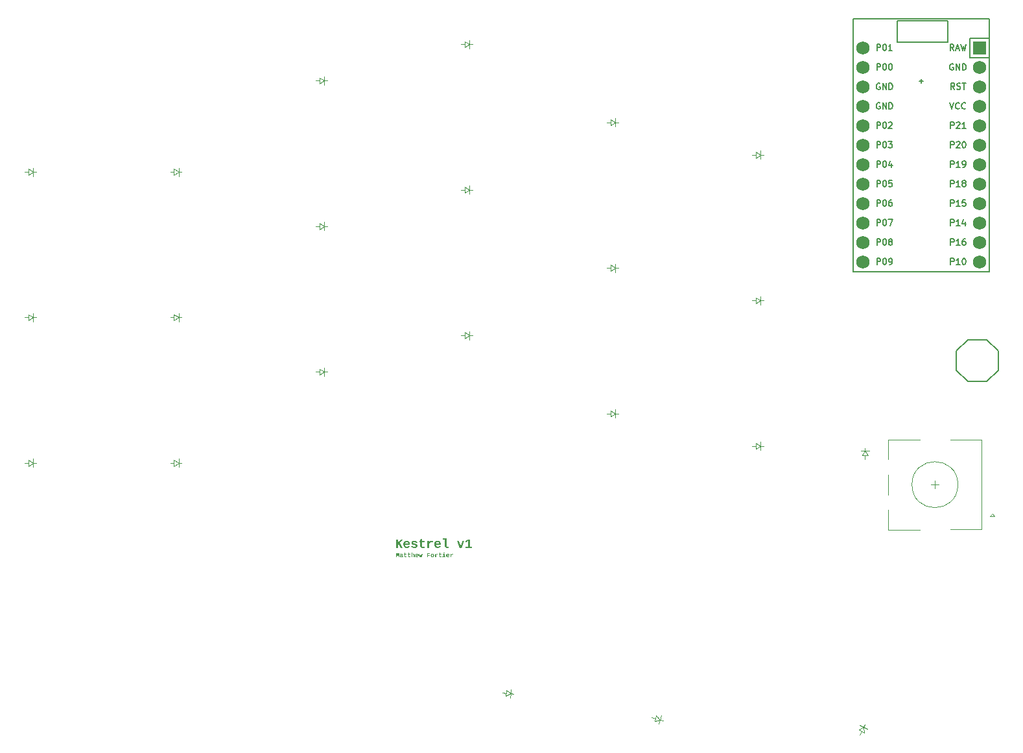
<source format=gbr>
%TF.GenerationSoftware,KiCad,Pcbnew,7.0.10*%
%TF.CreationDate,2024-02-08T10:53:14-05:00*%
%TF.ProjectId,kestrel,6b657374-7265-46c2-9e6b-696361645f70,v1.0.0*%
%TF.SameCoordinates,Original*%
%TF.FileFunction,Legend,Top*%
%TF.FilePolarity,Positive*%
%FSLAX46Y46*%
G04 Gerber Fmt 4.6, Leading zero omitted, Abs format (unit mm)*
G04 Created by KiCad (PCBNEW 7.0.10) date 2024-02-08 10:53:14*
%MOMM*%
%LPD*%
G01*
G04 APERTURE LIST*
%ADD10C,0.100000*%
%ADD11C,0.200000*%
%ADD12C,0.150000*%
%ADD13C,0.120000*%
%ADD14R,1.752600X1.752600*%
%ADD15C,1.752600*%
G04 APERTURE END LIST*
D10*
G36*
X189664277Y-166738000D02*
G01*
X189664277Y-166382187D01*
X189664335Y-166373781D01*
X189664438Y-166367814D01*
X189664593Y-166361556D01*
X189664799Y-166355007D01*
X189665056Y-166348168D01*
X189665366Y-166341037D01*
X189665726Y-166333616D01*
X189666138Y-166325904D01*
X189666602Y-166317901D01*
X189667117Y-166309608D01*
X189667684Y-166301023D01*
X189668302Y-166292148D01*
X189668972Y-166282982D01*
X189669693Y-166273525D01*
X189670466Y-166263778D01*
X189670872Y-166258795D01*
X189669369Y-166266073D01*
X189667900Y-166273162D01*
X189666466Y-166280060D01*
X189665067Y-166286769D01*
X189663703Y-166293288D01*
X189662373Y-166299618D01*
X189661077Y-166305757D01*
X189659817Y-166311707D01*
X189658591Y-166317467D01*
X189656243Y-166328418D01*
X189654033Y-166338610D01*
X189651962Y-166348043D01*
X189650029Y-166356716D01*
X189648235Y-166364631D01*
X189646580Y-166371786D01*
X189645063Y-166378183D01*
X189643047Y-166386354D01*
X189641343Y-166392818D01*
X189639951Y-166397574D01*
X189588806Y-166587937D01*
X189498974Y-166587937D01*
X189447096Y-166397574D01*
X189445566Y-166391880D01*
X189443978Y-166385788D01*
X189442333Y-166379300D01*
X189440630Y-166372414D01*
X189438870Y-166365131D01*
X189437054Y-166357450D01*
X189435179Y-166349372D01*
X189433248Y-166340897D01*
X189431259Y-166332025D01*
X189429213Y-166322755D01*
X189427110Y-166313089D01*
X189424950Y-166303024D01*
X189422732Y-166292563D01*
X189420457Y-166281704D01*
X189418125Y-166270448D01*
X189416938Y-166264671D01*
X189415736Y-166258795D01*
X189418667Y-166299828D01*
X189419164Y-166307848D01*
X189419613Y-166315806D01*
X189420013Y-166323702D01*
X189420363Y-166331537D01*
X189420665Y-166339309D01*
X189420918Y-166347020D01*
X189421122Y-166354669D01*
X189421277Y-166362256D01*
X189421383Y-166369782D01*
X189421440Y-166377245D01*
X189421451Y-166382187D01*
X189421451Y-166738000D01*
X189330739Y-166738000D01*
X189330739Y-166184643D01*
X189473768Y-166184643D01*
X189529455Y-166387462D01*
X189531461Y-166394775D01*
X189533184Y-166402583D01*
X189534545Y-166409581D01*
X189535966Y-166417558D01*
X189536946Y-166423420D01*
X189537952Y-166429717D01*
X189538985Y-166436449D01*
X189540044Y-166443616D01*
X189541129Y-166451218D01*
X189542241Y-166459255D01*
X189543379Y-166467727D01*
X189544544Y-166476635D01*
X189545136Y-166481251D01*
X189546162Y-166473502D01*
X189547190Y-166466006D01*
X189548218Y-166458765D01*
X189549248Y-166451777D01*
X189550279Y-166445044D01*
X189551311Y-166438565D01*
X189552344Y-166432341D01*
X189553379Y-166426370D01*
X189554933Y-166417891D01*
X189556489Y-166409983D01*
X189558048Y-166402648D01*
X189559609Y-166395884D01*
X189561173Y-166389692D01*
X189561695Y-166387755D01*
X189617676Y-166184643D01*
X189755722Y-166184643D01*
X189755722Y-166738000D01*
X189664277Y-166738000D01*
G37*
G36*
X190055695Y-166278594D02*
G01*
X190065643Y-166279080D01*
X190075286Y-166279890D01*
X190084625Y-166281024D01*
X190093660Y-166282482D01*
X190102389Y-166284264D01*
X190110815Y-166286370D01*
X190118935Y-166288800D01*
X190126751Y-166291554D01*
X190134263Y-166294632D01*
X190141470Y-166298034D01*
X190148373Y-166301760D01*
X190154971Y-166305810D01*
X190161264Y-166310184D01*
X190167253Y-166314883D01*
X190172937Y-166319905D01*
X190178314Y-166325241D01*
X190183344Y-166330882D01*
X190188028Y-166336827D01*
X190192364Y-166343077D01*
X190196353Y-166349632D01*
X190199996Y-166356491D01*
X190203291Y-166363654D01*
X190206240Y-166371122D01*
X190208842Y-166378895D01*
X190211097Y-166386972D01*
X190213004Y-166395354D01*
X190214566Y-166404040D01*
X190215780Y-166413031D01*
X190216647Y-166422326D01*
X190217167Y-166431926D01*
X190217341Y-166441831D01*
X190217341Y-166606108D01*
X190217415Y-166613071D01*
X190217640Y-166619617D01*
X190218013Y-166625745D01*
X190218744Y-166633267D01*
X190219740Y-166640047D01*
X190221001Y-166646085D01*
X190222952Y-166652590D01*
X190225840Y-166658865D01*
X190229424Y-166663745D01*
X190234609Y-166668163D01*
X190239912Y-166670856D01*
X190246008Y-166672539D01*
X190252898Y-166673212D01*
X190254124Y-166673226D01*
X190260663Y-166673071D01*
X190267093Y-166672603D01*
X190273413Y-166671825D01*
X190279623Y-166670735D01*
X190279623Y-166733457D01*
X190273397Y-166734971D01*
X190267544Y-166736399D01*
X190261535Y-166737871D01*
X190261011Y-166738000D01*
X190254856Y-166739415D01*
X190248702Y-166740582D01*
X190244598Y-166741224D01*
X190238278Y-166742130D01*
X190232196Y-166742817D01*
X190227013Y-166743275D01*
X190220942Y-166743739D01*
X190214964Y-166744009D01*
X190208500Y-166744141D01*
X190205471Y-166744154D01*
X190197483Y-166743966D01*
X190189898Y-166743402D01*
X190182714Y-166742462D01*
X190175932Y-166741146D01*
X190169553Y-166739453D01*
X190163574Y-166737385D01*
X190157998Y-166734940D01*
X190152824Y-166732119D01*
X190146550Y-166727773D01*
X190140990Y-166722759D01*
X190136049Y-166717059D01*
X190131630Y-166710733D01*
X190128658Y-166705576D01*
X190125980Y-166700066D01*
X190123595Y-166694204D01*
X190121504Y-166687988D01*
X190119707Y-166681420D01*
X190118204Y-166674499D01*
X190116994Y-166667225D01*
X190116078Y-166659598D01*
X190113586Y-166659598D01*
X190110315Y-166665321D01*
X190106987Y-166670843D01*
X190103602Y-166676161D01*
X190100159Y-166681277D01*
X190096659Y-166686190D01*
X190093102Y-166690901D01*
X190087659Y-166697587D01*
X190082087Y-166703817D01*
X190076386Y-166709591D01*
X190070557Y-166714909D01*
X190064599Y-166719772D01*
X190058512Y-166724178D01*
X190054382Y-166726862D01*
X190048057Y-166730529D01*
X190041504Y-166733834D01*
X190034721Y-166736780D01*
X190027708Y-166739364D01*
X190020467Y-166741588D01*
X190012996Y-166743451D01*
X190005296Y-166744954D01*
X189997366Y-166746096D01*
X189989208Y-166746878D01*
X189980820Y-166747298D01*
X189975101Y-166747378D01*
X189967115Y-166747239D01*
X189959352Y-166746822D01*
X189951810Y-166746126D01*
X189944491Y-166745153D01*
X189937394Y-166743901D01*
X189930519Y-166742371D01*
X189923866Y-166740562D01*
X189917435Y-166738476D01*
X189911226Y-166736111D01*
X189905240Y-166733468D01*
X189899475Y-166730547D01*
X189893933Y-166727347D01*
X189888612Y-166723870D01*
X189883514Y-166720114D01*
X189878638Y-166716080D01*
X189873984Y-166711768D01*
X189869601Y-166707204D01*
X189865501Y-166702414D01*
X189861683Y-166697399D01*
X189858148Y-166692158D01*
X189854896Y-166686692D01*
X189851927Y-166681000D01*
X189849240Y-166675083D01*
X189846837Y-166668940D01*
X189844716Y-166662571D01*
X189842878Y-166655977D01*
X189841322Y-166649158D01*
X189840050Y-166642113D01*
X189839060Y-166634842D01*
X189838353Y-166627346D01*
X189837929Y-166619624D01*
X189837787Y-166611677D01*
X189837948Y-166603471D01*
X189958541Y-166603471D01*
X189958735Y-166611119D01*
X189959315Y-166618274D01*
X189960282Y-166624935D01*
X189961637Y-166631104D01*
X189963378Y-166636778D01*
X189966716Y-166644365D01*
X189970924Y-166650841D01*
X189976003Y-166656208D01*
X189981953Y-166660464D01*
X189988773Y-166663609D01*
X189996464Y-166665645D01*
X190005026Y-166666570D01*
X190008073Y-166666632D01*
X190015433Y-166666352D01*
X190022563Y-166665514D01*
X190029463Y-166664116D01*
X190036135Y-166662160D01*
X190042577Y-166659644D01*
X190048790Y-166656570D01*
X190054773Y-166652936D01*
X190060528Y-166648744D01*
X190066053Y-166643993D01*
X190071349Y-166638682D01*
X190074752Y-166634831D01*
X190079544Y-166628722D01*
X190083866Y-166622319D01*
X190087715Y-166615622D01*
X190091094Y-166608632D01*
X190094001Y-166601348D01*
X190096437Y-166593770D01*
X190098401Y-166585899D01*
X190099894Y-166577733D01*
X190100915Y-166569275D01*
X190101465Y-166560522D01*
X190101570Y-166554524D01*
X190101570Y-166531663D01*
X190046322Y-166532542D01*
X190039549Y-166532734D01*
X190033135Y-166533034D01*
X190027078Y-166533441D01*
X190019559Y-166534154D01*
X190012677Y-166535058D01*
X190006432Y-166536155D01*
X189999521Y-166537796D01*
X189993604Y-166539738D01*
X189992540Y-166540163D01*
X189986558Y-166543039D01*
X189981143Y-166546503D01*
X189976295Y-166550554D01*
X189972014Y-166555193D01*
X189968299Y-166560419D01*
X189967187Y-166562291D01*
X189964249Y-166568338D01*
X189962265Y-166573967D01*
X189960703Y-166580133D01*
X189959563Y-166586836D01*
X189958845Y-166594075D01*
X189958575Y-166600253D01*
X189958541Y-166603471D01*
X189837948Y-166603471D01*
X189837956Y-166603070D01*
X189838461Y-166594726D01*
X189839302Y-166586644D01*
X189840480Y-166578823D01*
X189841995Y-166571265D01*
X189843846Y-166563970D01*
X189846034Y-166556936D01*
X189848558Y-166550165D01*
X189851420Y-166543655D01*
X189854617Y-166537408D01*
X189858151Y-166531423D01*
X189862022Y-166525701D01*
X189866230Y-166520240D01*
X189870774Y-166515042D01*
X189875655Y-166510105D01*
X189880872Y-166505431D01*
X189886424Y-166501008D01*
X189892309Y-166496859D01*
X189898528Y-166492984D01*
X189905079Y-166489385D01*
X189911964Y-166486060D01*
X189919182Y-166483010D01*
X189926733Y-166480235D01*
X189934617Y-166477734D01*
X189942835Y-166475509D01*
X189951385Y-166473558D01*
X189960269Y-166471882D01*
X189969486Y-166470480D01*
X189979036Y-166469354D01*
X189988919Y-166468502D01*
X189999136Y-166467925D01*
X190009685Y-166467623D01*
X190101570Y-166466011D01*
X190101570Y-166442563D01*
X190101442Y-166434508D01*
X190101060Y-166426829D01*
X190100422Y-166419526D01*
X190099529Y-166412599D01*
X190098382Y-166406049D01*
X190096979Y-166399874D01*
X190095322Y-166394075D01*
X190092715Y-166386929D01*
X190089654Y-166380451D01*
X190087062Y-166376032D01*
X190083194Y-166370742D01*
X190078773Y-166366158D01*
X190073797Y-166362279D01*
X190068267Y-166359106D01*
X190062183Y-166356637D01*
X190055545Y-166354874D01*
X190048353Y-166353816D01*
X190040607Y-166353464D01*
X190033341Y-166353709D01*
X190026566Y-166354444D01*
X190020280Y-166355669D01*
X190014485Y-166357384D01*
X190007930Y-166360217D01*
X190002140Y-166363815D01*
X189997116Y-166368179D01*
X189996203Y-166369144D01*
X189992029Y-166374498D01*
X189988392Y-166380762D01*
X189985869Y-166386427D01*
X189983689Y-166392673D01*
X189981853Y-166399501D01*
X189980360Y-166406911D01*
X189979465Y-166412850D01*
X189978764Y-166419116D01*
X189858011Y-166413254D01*
X189859542Y-166404959D01*
X189861353Y-166396928D01*
X189863443Y-166389160D01*
X189865812Y-166381655D01*
X189868460Y-166374414D01*
X189871387Y-166367436D01*
X189874593Y-166360721D01*
X189878078Y-166354270D01*
X189881843Y-166348081D01*
X189885886Y-166342157D01*
X189890208Y-166336495D01*
X189894810Y-166331097D01*
X189899690Y-166325962D01*
X189904850Y-166321091D01*
X189910288Y-166316483D01*
X189916006Y-166312138D01*
X189922003Y-166308056D01*
X189928279Y-166304238D01*
X189934834Y-166300683D01*
X189941668Y-166297392D01*
X189948781Y-166294363D01*
X189956173Y-166291598D01*
X189963844Y-166289097D01*
X189971794Y-166286859D01*
X189980024Y-166284884D01*
X189988532Y-166283172D01*
X189997319Y-166281724D01*
X190006386Y-166280539D01*
X190015731Y-166279617D01*
X190025356Y-166278959D01*
X190035260Y-166278564D01*
X190045443Y-166278432D01*
X190055695Y-166278594D01*
G37*
G36*
X190433496Y-166366066D02*
G01*
X190364619Y-166366066D01*
X190364619Y-166287811D01*
X190439211Y-166287811D01*
X190475408Y-166175264D01*
X190547948Y-166175264D01*
X190547948Y-166287811D01*
X190706657Y-166287811D01*
X190706657Y-166366066D01*
X190547948Y-166366066D01*
X190547948Y-166590721D01*
X190548007Y-166597488D01*
X190548185Y-166603829D01*
X190548481Y-166609746D01*
X190549060Y-166616974D01*
X190549850Y-166623446D01*
X190551134Y-166630473D01*
X190552747Y-166636320D01*
X190554689Y-166640986D01*
X190558102Y-166646369D01*
X190562314Y-166651232D01*
X190567326Y-166655577D01*
X190572259Y-166658888D01*
X190576817Y-166661356D01*
X190582971Y-166663846D01*
X190588767Y-166665528D01*
X190595172Y-166666852D01*
X190602185Y-166667818D01*
X190608234Y-166668333D01*
X190614672Y-166668619D01*
X190619755Y-166668683D01*
X190626142Y-166668640D01*
X190632553Y-166668509D01*
X190638988Y-166668292D01*
X190645447Y-166667987D01*
X190651929Y-166667596D01*
X190658436Y-166667117D01*
X190664967Y-166666552D01*
X190671523Y-166665899D01*
X190678102Y-166665159D01*
X190684705Y-166664333D01*
X190691332Y-166663419D01*
X190697983Y-166662419D01*
X190704658Y-166661331D01*
X190711358Y-166660156D01*
X190718081Y-166658895D01*
X190724829Y-166657546D01*
X190724829Y-166734189D01*
X190717653Y-166735350D01*
X190710744Y-166736449D01*
X190704102Y-166737488D01*
X190697727Y-166738467D01*
X190691618Y-166739384D01*
X190685776Y-166740241D01*
X190677514Y-166741413D01*
X190669852Y-166742448D01*
X190662789Y-166743347D01*
X190656328Y-166744109D01*
X190650466Y-166744734D01*
X190643584Y-166745356D01*
X190642030Y-166745473D01*
X190635917Y-166745920D01*
X190629739Y-166746307D01*
X190623497Y-166746634D01*
X190617191Y-166746902D01*
X190610821Y-166747111D01*
X190604386Y-166747259D01*
X190597888Y-166747349D01*
X190591325Y-166747378D01*
X190584852Y-166747322D01*
X190578512Y-166747152D01*
X190572304Y-166746868D01*
X190566229Y-166746472D01*
X190560287Y-166745962D01*
X190551624Y-166744984D01*
X190543258Y-166743751D01*
X190535192Y-166742264D01*
X190527425Y-166740521D01*
X190519956Y-166738523D01*
X190512786Y-166736271D01*
X190505915Y-166733763D01*
X190503691Y-166732870D01*
X190497247Y-166730006D01*
X190491105Y-166726853D01*
X190485264Y-166723411D01*
X190479724Y-166719681D01*
X190474486Y-166715663D01*
X190469549Y-166711356D01*
X190464913Y-166706760D01*
X190460579Y-166701876D01*
X190456546Y-166696703D01*
X190452815Y-166691242D01*
X190450495Y-166687441D01*
X190447300Y-166681397D01*
X190444419Y-166674915D01*
X190441852Y-166667995D01*
X190439600Y-166660637D01*
X190437662Y-166652841D01*
X190436038Y-166644608D01*
X190434729Y-166635936D01*
X190434031Y-166629911D01*
X190433472Y-166623692D01*
X190433053Y-166617279D01*
X190432774Y-166610670D01*
X190432634Y-166603868D01*
X190432616Y-166600393D01*
X190433496Y-166366066D01*
G37*
G36*
X190937613Y-166366066D02*
G01*
X190868736Y-166366066D01*
X190868736Y-166287811D01*
X190943328Y-166287811D01*
X190979525Y-166175264D01*
X191052065Y-166175264D01*
X191052065Y-166287811D01*
X191210774Y-166287811D01*
X191210774Y-166366066D01*
X191052065Y-166366066D01*
X191052065Y-166590721D01*
X191052124Y-166597488D01*
X191052302Y-166603829D01*
X191052598Y-166609746D01*
X191053178Y-166616974D01*
X191053968Y-166623446D01*
X191055251Y-166630473D01*
X191056864Y-166636320D01*
X191058806Y-166640986D01*
X191062219Y-166646369D01*
X191066432Y-166651232D01*
X191071444Y-166655577D01*
X191076376Y-166658888D01*
X191080935Y-166661356D01*
X191087088Y-166663846D01*
X191092885Y-166665528D01*
X191099289Y-166666852D01*
X191106303Y-166667818D01*
X191112351Y-166668333D01*
X191118789Y-166668619D01*
X191123872Y-166668683D01*
X191130259Y-166668640D01*
X191136670Y-166668509D01*
X191143105Y-166668292D01*
X191149564Y-166667987D01*
X191156047Y-166667596D01*
X191162554Y-166667117D01*
X191169085Y-166666552D01*
X191175640Y-166665899D01*
X191182219Y-166665159D01*
X191188822Y-166664333D01*
X191195449Y-166663419D01*
X191202100Y-166662419D01*
X191208776Y-166661331D01*
X191215475Y-166660156D01*
X191222198Y-166658895D01*
X191228946Y-166657546D01*
X191228946Y-166734189D01*
X191221770Y-166735350D01*
X191214861Y-166736449D01*
X191208219Y-166737488D01*
X191201844Y-166738467D01*
X191195735Y-166739384D01*
X191189894Y-166740241D01*
X191181631Y-166741413D01*
X191173969Y-166742448D01*
X191166907Y-166743347D01*
X191160445Y-166744109D01*
X191154583Y-166744734D01*
X191147701Y-166745356D01*
X191146147Y-166745473D01*
X191140034Y-166745920D01*
X191133856Y-166746307D01*
X191127614Y-166746634D01*
X191121308Y-166746902D01*
X191114938Y-166747111D01*
X191108504Y-166747259D01*
X191102005Y-166747349D01*
X191095443Y-166747378D01*
X191088969Y-166747322D01*
X191082629Y-166747152D01*
X191076421Y-166746868D01*
X191070347Y-166746472D01*
X191064405Y-166745962D01*
X191055741Y-166744984D01*
X191047376Y-166743751D01*
X191039309Y-166742264D01*
X191031542Y-166740521D01*
X191024073Y-166738523D01*
X191016903Y-166736271D01*
X191010032Y-166733763D01*
X191007808Y-166732870D01*
X191001364Y-166730006D01*
X190995222Y-166726853D01*
X190989381Y-166723411D01*
X190983841Y-166719681D01*
X190978603Y-166715663D01*
X190973666Y-166711356D01*
X190969030Y-166706760D01*
X190964696Y-166701876D01*
X190960664Y-166696703D01*
X190956932Y-166691242D01*
X190954612Y-166687441D01*
X190951417Y-166681397D01*
X190948536Y-166674915D01*
X190945970Y-166667995D01*
X190943717Y-166660637D01*
X190941779Y-166652841D01*
X190940156Y-166644608D01*
X190938846Y-166635936D01*
X190938148Y-166629911D01*
X190937589Y-166623692D01*
X190937170Y-166617279D01*
X190936891Y-166610670D01*
X190936751Y-166603868D01*
X190936734Y-166600393D01*
X190937613Y-166366066D01*
G37*
G36*
X191479539Y-166375592D02*
G01*
X191482535Y-166369327D01*
X191485623Y-166363280D01*
X191488804Y-166357452D01*
X191492078Y-166351842D01*
X191495444Y-166346452D01*
X191498904Y-166341280D01*
X191502456Y-166336326D01*
X191506100Y-166331592D01*
X191509838Y-166327076D01*
X191515618Y-166320712D01*
X191521607Y-166314840D01*
X191527804Y-166309460D01*
X191534210Y-166304572D01*
X191538597Y-166301586D01*
X191545365Y-166297448D01*
X191552370Y-166293718D01*
X191559612Y-166290394D01*
X191567091Y-166287477D01*
X191574807Y-166284967D01*
X191582760Y-166282864D01*
X191590950Y-166281168D01*
X191599377Y-166279879D01*
X191608041Y-166278997D01*
X191613948Y-166278636D01*
X191619961Y-166278455D01*
X191623007Y-166278432D01*
X191631536Y-166278599D01*
X191639794Y-166279098D01*
X191647780Y-166279931D01*
X191655495Y-166281097D01*
X191662938Y-166282597D01*
X191670110Y-166284429D01*
X191677011Y-166286595D01*
X191683640Y-166289093D01*
X191689999Y-166291925D01*
X191696085Y-166295090D01*
X191701901Y-166298588D01*
X191707445Y-166302420D01*
X191712718Y-166306584D01*
X191717719Y-166311082D01*
X191722449Y-166315913D01*
X191726908Y-166321077D01*
X191731096Y-166326568D01*
X191735014Y-166332418D01*
X191738662Y-166338626D01*
X191742039Y-166345193D01*
X191745146Y-166352118D01*
X191747983Y-166359401D01*
X191750550Y-166367043D01*
X191752847Y-166375042D01*
X191754873Y-166383401D01*
X191756629Y-166392117D01*
X191758115Y-166401192D01*
X191759331Y-166410626D01*
X191760277Y-166420417D01*
X191760952Y-166430567D01*
X191761358Y-166441076D01*
X191761493Y-166451942D01*
X191761493Y-166738000D01*
X191646161Y-166738000D01*
X191646161Y-166478321D01*
X191646096Y-166470575D01*
X191645900Y-166463128D01*
X191645574Y-166455980D01*
X191645117Y-166449130D01*
X191644530Y-166442580D01*
X191643812Y-166436328D01*
X191642964Y-166430375D01*
X191641446Y-166422006D01*
X191639636Y-166414310D01*
X191637531Y-166407285D01*
X191635133Y-166400933D01*
X191632441Y-166395254D01*
X191629455Y-166390247D01*
X191624947Y-166384408D01*
X191619774Y-166379347D01*
X191613937Y-166375065D01*
X191607437Y-166371562D01*
X191600272Y-166368837D01*
X191594463Y-166367304D01*
X191588280Y-166366210D01*
X191581724Y-166365553D01*
X191574794Y-166365334D01*
X191567077Y-166365656D01*
X191559643Y-166366622D01*
X191552493Y-166368232D01*
X191545626Y-166370486D01*
X191539043Y-166373384D01*
X191532743Y-166376926D01*
X191526726Y-166381112D01*
X191520993Y-166385942D01*
X191515543Y-166391416D01*
X191510376Y-166397534D01*
X191507090Y-166401970D01*
X191502480Y-166408995D01*
X191498324Y-166416385D01*
X191494622Y-166424142D01*
X191491372Y-166432264D01*
X191489458Y-166437882D01*
X191487745Y-166443662D01*
X191486234Y-166449606D01*
X191484924Y-166455711D01*
X191483816Y-166461980D01*
X191482909Y-166468410D01*
X191482204Y-166475004D01*
X191481700Y-166481760D01*
X191481398Y-166488678D01*
X191481297Y-166495759D01*
X191481297Y-166738000D01*
X191365380Y-166738000D01*
X191365380Y-166128369D01*
X191481297Y-166128369D01*
X191481297Y-166290449D01*
X191481268Y-166298593D01*
X191481179Y-166306703D01*
X191481031Y-166314781D01*
X191480823Y-166322824D01*
X191480557Y-166330834D01*
X191480231Y-166338811D01*
X191479846Y-166346754D01*
X191479402Y-166354663D01*
X191478898Y-166362540D01*
X191478335Y-166370382D01*
X191477927Y-166375592D01*
X191479539Y-166375592D01*
G37*
G36*
X192076322Y-166278497D02*
G01*
X192082294Y-166278693D01*
X192088181Y-166279019D01*
X192099698Y-166280064D01*
X192110875Y-166281630D01*
X192121710Y-166283718D01*
X192132204Y-166286328D01*
X192142357Y-166289461D01*
X192152169Y-166293115D01*
X192161639Y-166297292D01*
X192170768Y-166301991D01*
X192179557Y-166307211D01*
X192188004Y-166312954D01*
X192196109Y-166319219D01*
X192203874Y-166326006D01*
X192211297Y-166333315D01*
X192218380Y-166341146D01*
X192221793Y-166345257D01*
X192228341Y-166353830D01*
X192234467Y-166362842D01*
X192240170Y-166372295D01*
X192245451Y-166382187D01*
X192250309Y-166392518D01*
X192254745Y-166403289D01*
X192256805Y-166408840D01*
X192258759Y-166414500D01*
X192260607Y-166420270D01*
X192262349Y-166426150D01*
X192263987Y-166432140D01*
X192265518Y-166438240D01*
X192266944Y-166444450D01*
X192268264Y-166450770D01*
X192269479Y-166457200D01*
X192270588Y-166463739D01*
X192271591Y-166470389D01*
X192272489Y-166477148D01*
X192273281Y-166484017D01*
X192273967Y-166490997D01*
X192274548Y-166498086D01*
X192275023Y-166505285D01*
X192275393Y-166512594D01*
X192275657Y-166520013D01*
X192275815Y-166527542D01*
X192275868Y-166535180D01*
X192275868Y-166538551D01*
X191973398Y-166538551D01*
X191973503Y-166546018D01*
X191973819Y-166553290D01*
X191974346Y-166560366D01*
X191975083Y-166567246D01*
X191976031Y-166573931D01*
X191977190Y-166580419D01*
X191978559Y-166586712D01*
X191980139Y-166592809D01*
X191981930Y-166598711D01*
X191983931Y-166604416D01*
X191986143Y-166609926D01*
X191989856Y-166617824D01*
X191994043Y-166625281D01*
X191998703Y-166632297D01*
X192000362Y-166634538D01*
X192005595Y-166640850D01*
X192011180Y-166646541D01*
X192017118Y-166651611D01*
X192023409Y-166656060D01*
X192030053Y-166659888D01*
X192037050Y-166663096D01*
X192044400Y-166665682D01*
X192052102Y-166667648D01*
X192060158Y-166668994D01*
X192068566Y-166669718D01*
X192074368Y-166669856D01*
X192081878Y-166669652D01*
X192089169Y-166669041D01*
X192096240Y-166668022D01*
X192103091Y-166666595D01*
X192109722Y-166664761D01*
X192116133Y-166662519D01*
X192122325Y-166659870D01*
X192128297Y-166656813D01*
X192133955Y-166653292D01*
X192139132Y-166649321D01*
X192143828Y-166644902D01*
X192148044Y-166640034D01*
X192151778Y-166634717D01*
X192155032Y-166628951D01*
X192157805Y-166622737D01*
X192160097Y-166616073D01*
X192269274Y-166625599D01*
X192266317Y-166632803D01*
X192263126Y-166639798D01*
X192259700Y-166646583D01*
X192256039Y-166653159D01*
X192252143Y-166659525D01*
X192248013Y-166665681D01*
X192243648Y-166671629D01*
X192239049Y-166677366D01*
X192234214Y-166682894D01*
X192229145Y-166688213D01*
X192223842Y-166693322D01*
X192218303Y-166698221D01*
X192212530Y-166702912D01*
X192206522Y-166707392D01*
X192200280Y-166711663D01*
X192193803Y-166715725D01*
X192187131Y-166719558D01*
X192180304Y-166723143D01*
X192173324Y-166726482D01*
X192166188Y-166729573D01*
X192158898Y-166732417D01*
X192151453Y-166735014D01*
X192143854Y-166737363D01*
X192136100Y-166739465D01*
X192128192Y-166741320D01*
X192120129Y-166742927D01*
X192111912Y-166744287D01*
X192103540Y-166745400D01*
X192095013Y-166746266D01*
X192086332Y-166746884D01*
X192077496Y-166747255D01*
X192068506Y-166747378D01*
X192062068Y-166747318D01*
X192055721Y-166747136D01*
X192049467Y-166746834D01*
X192043305Y-166746410D01*
X192037235Y-166745865D01*
X192031257Y-166745199D01*
X192025372Y-166744412D01*
X192019578Y-166743504D01*
X192008268Y-166741325D01*
X191997326Y-166738661D01*
X191986753Y-166735513D01*
X191976549Y-166731881D01*
X191966713Y-166727765D01*
X191957246Y-166723164D01*
X191948147Y-166718079D01*
X191939418Y-166712510D01*
X191931057Y-166706456D01*
X191923064Y-166699918D01*
X191915440Y-166692896D01*
X191908185Y-166685390D01*
X191901353Y-166677426D01*
X191894962Y-166669070D01*
X191889011Y-166660322D01*
X191883501Y-166651180D01*
X191878432Y-166641646D01*
X191873804Y-166631720D01*
X191869617Y-166621400D01*
X191865870Y-166610688D01*
X191862564Y-166599583D01*
X191861077Y-166593883D01*
X191859699Y-166588086D01*
X191858432Y-166582189D01*
X191857275Y-166576195D01*
X191856228Y-166570103D01*
X191855291Y-166563912D01*
X191854465Y-166557624D01*
X191853749Y-166551237D01*
X191853142Y-166544752D01*
X191852647Y-166538168D01*
X191852261Y-166531487D01*
X191851985Y-166524707D01*
X191851820Y-166517830D01*
X191851765Y-166510854D01*
X191851869Y-166501530D01*
X191852179Y-166492391D01*
X191852698Y-166483436D01*
X191853423Y-166474666D01*
X191854355Y-166466080D01*
X191854364Y-166466011D01*
X191974277Y-166466011D01*
X192163761Y-166466011D01*
X192163307Y-166459536D01*
X192162678Y-166453229D01*
X192161873Y-166447089D01*
X192160894Y-166441116D01*
X192159739Y-166435310D01*
X192157679Y-166426915D01*
X192155225Y-166418896D01*
X192152376Y-166411253D01*
X192149133Y-166403986D01*
X192145496Y-166397096D01*
X192141465Y-166390581D01*
X192137040Y-166384442D01*
X192135478Y-166382480D01*
X192130607Y-166376927D01*
X192125448Y-166371921D01*
X192120001Y-166367462D01*
X192114265Y-166363548D01*
X192108241Y-166360180D01*
X192101928Y-166357358D01*
X192095326Y-166355083D01*
X192088436Y-166353354D01*
X192081258Y-166352170D01*
X192073791Y-166351533D01*
X192068653Y-166351412D01*
X192060836Y-166351680D01*
X192053324Y-166352484D01*
X192046115Y-166353823D01*
X192039211Y-166355698D01*
X192032610Y-166358110D01*
X192026314Y-166361056D01*
X192020321Y-166364539D01*
X192014632Y-166368558D01*
X192009248Y-166373112D01*
X192004167Y-166378202D01*
X192000949Y-166381893D01*
X191996456Y-166387787D01*
X191992376Y-166394093D01*
X191988707Y-166400812D01*
X191985451Y-166407942D01*
X191982607Y-166415484D01*
X191980176Y-166423439D01*
X191978156Y-166431806D01*
X191977039Y-166437613D01*
X191976104Y-166443603D01*
X191975353Y-166449776D01*
X191974786Y-166456133D01*
X191974401Y-166462672D01*
X191974277Y-166466011D01*
X191854364Y-166466011D01*
X191855495Y-166457678D01*
X191856842Y-166449461D01*
X191858396Y-166441428D01*
X191860158Y-166433579D01*
X191862126Y-166425914D01*
X191864302Y-166418434D01*
X191866685Y-166411138D01*
X191869276Y-166404027D01*
X191872073Y-166397100D01*
X191875078Y-166390357D01*
X191878290Y-166383799D01*
X191881711Y-166377412D01*
X191885306Y-166371223D01*
X191889075Y-166365231D01*
X191893018Y-166359435D01*
X191897135Y-166353837D01*
X191901426Y-166348435D01*
X191905891Y-166343231D01*
X191910530Y-166338223D01*
X191915343Y-166333412D01*
X191920330Y-166328798D01*
X191925491Y-166324381D01*
X191930826Y-166320161D01*
X191936336Y-166316138D01*
X191942019Y-166312312D01*
X191947876Y-166308682D01*
X191953907Y-166305250D01*
X191960115Y-166302003D01*
X191966465Y-166298965D01*
X191972956Y-166296136D01*
X191979590Y-166293517D01*
X191986365Y-166291108D01*
X191993282Y-166288908D01*
X192000342Y-166286917D01*
X192007543Y-166285137D01*
X192014886Y-166283565D01*
X192022372Y-166282203D01*
X192029999Y-166281051D01*
X192037768Y-166280108D01*
X192045679Y-166279375D01*
X192053732Y-166278851D01*
X192061928Y-166278537D01*
X192070265Y-166278432D01*
X192076322Y-166278497D01*
G37*
G36*
X192738367Y-166738000D02*
G01*
X192637836Y-166738000D01*
X192578925Y-166543826D01*
X192577084Y-166537854D01*
X192574886Y-166530544D01*
X192572981Y-166523980D01*
X192571369Y-166518163D01*
X192569766Y-166511941D01*
X192568447Y-166506015D01*
X192567787Y-166501768D01*
X192566570Y-166507916D01*
X192565067Y-166514078D01*
X192563497Y-166520152D01*
X192563244Y-166521112D01*
X192561278Y-166527867D01*
X192558567Y-166536750D01*
X192556172Y-166544489D01*
X192553306Y-166553682D01*
X192549970Y-166564330D01*
X192548126Y-166570199D01*
X192546163Y-166576431D01*
X192544084Y-166583027D01*
X192541886Y-166589987D01*
X192539571Y-166597310D01*
X192537138Y-166604996D01*
X192534588Y-166613046D01*
X192531920Y-166621460D01*
X192529134Y-166630237D01*
X192526231Y-166639377D01*
X192523210Y-166648881D01*
X192520071Y-166658749D01*
X192516815Y-166668980D01*
X192513441Y-166679574D01*
X192509950Y-166690532D01*
X192506341Y-166701854D01*
X192502614Y-166713539D01*
X192498770Y-166725587D01*
X192494808Y-166738000D01*
X192394717Y-166738000D01*
X192319246Y-166287811D01*
X192413182Y-166287811D01*
X192447473Y-166540896D01*
X192448414Y-166548682D01*
X192449294Y-166556216D01*
X192450113Y-166563497D01*
X192450871Y-166570525D01*
X192451569Y-166577300D01*
X192452206Y-166583822D01*
X192452783Y-166590091D01*
X192453299Y-166596107D01*
X192453958Y-166604656D01*
X192454482Y-166612636D01*
X192454869Y-166620047D01*
X192455119Y-166626888D01*
X192455233Y-166633160D01*
X192455240Y-166635124D01*
X192463447Y-166604496D01*
X192528220Y-166400358D01*
X192607794Y-166400358D01*
X192665387Y-166588376D01*
X192667342Y-166594966D01*
X192669268Y-166601820D01*
X192670788Y-166607494D01*
X192672290Y-166613338D01*
X192673774Y-166619351D01*
X192675240Y-166625533D01*
X192676687Y-166631885D01*
X192677404Y-166635124D01*
X192677468Y-166628553D01*
X192677660Y-166621734D01*
X192677981Y-166614668D01*
X192678429Y-166607354D01*
X192679006Y-166599793D01*
X192679712Y-166591985D01*
X192680325Y-166585967D01*
X192681010Y-166579809D01*
X192681507Y-166575627D01*
X192682574Y-166567345D01*
X192683616Y-166559674D01*
X192684922Y-166550284D01*
X192686493Y-166539174D01*
X192687377Y-166532974D01*
X192688328Y-166526344D01*
X192689345Y-166519285D01*
X192690428Y-166511795D01*
X192691577Y-166503876D01*
X192692792Y-166495526D01*
X192694073Y-166486747D01*
X192695421Y-166477538D01*
X192696834Y-166467899D01*
X192698314Y-166457830D01*
X192699859Y-166447331D01*
X192701471Y-166436402D01*
X192703149Y-166425043D01*
X192704893Y-166413254D01*
X192706704Y-166401036D01*
X192708580Y-166388388D01*
X192710522Y-166375309D01*
X192712531Y-166361801D01*
X192714606Y-166347863D01*
X192716746Y-166333495D01*
X192718953Y-166318697D01*
X192721226Y-166303469D01*
X192723565Y-166287811D01*
X192816769Y-166287811D01*
X192738367Y-166738000D01*
G37*
G36*
X193513300Y-166278579D02*
G01*
X193513300Y-166437874D01*
X193769316Y-166437874D01*
X193769316Y-166531810D01*
X193513300Y-166531810D01*
X193513300Y-166738000D01*
X193391814Y-166738000D01*
X193391814Y-166184643D01*
X193778841Y-166184643D01*
X193778841Y-166278579D01*
X193513300Y-166278579D01*
G37*
G36*
X194094227Y-166278661D02*
G01*
X194107016Y-166279346D01*
X194119386Y-166280489D01*
X194131336Y-166282089D01*
X194142867Y-166284146D01*
X194153979Y-166286660D01*
X194164672Y-166289631D01*
X194174945Y-166293059D01*
X194184799Y-166296945D01*
X194194233Y-166301287D01*
X194203249Y-166306087D01*
X194211845Y-166311343D01*
X194220021Y-166317057D01*
X194227779Y-166323228D01*
X194235117Y-166329856D01*
X194242035Y-166336941D01*
X194248535Y-166344483D01*
X194254615Y-166352482D01*
X194260276Y-166360938D01*
X194265517Y-166369851D01*
X194270339Y-166379222D01*
X194274742Y-166389050D01*
X194278726Y-166399334D01*
X194282290Y-166410076D01*
X194285435Y-166421275D01*
X194288160Y-166432931D01*
X194290466Y-166445044D01*
X194292353Y-166457614D01*
X194293821Y-166470641D01*
X194294869Y-166484126D01*
X194295498Y-166498067D01*
X194295708Y-166512466D01*
X194295653Y-166519441D01*
X194295489Y-166526316D01*
X194295215Y-166533091D01*
X194294831Y-166539767D01*
X194294338Y-166546342D01*
X194293735Y-166552818D01*
X194293022Y-166559194D01*
X194292200Y-166565469D01*
X194291268Y-166571645D01*
X194290227Y-166577721D01*
X194289076Y-166583698D01*
X194287815Y-166589574D01*
X194286445Y-166595350D01*
X194284965Y-166601027D01*
X194281676Y-166612080D01*
X194277949Y-166622734D01*
X194273783Y-166632988D01*
X194269179Y-166642843D01*
X194264136Y-166652298D01*
X194258655Y-166661353D01*
X194252736Y-166670009D01*
X194246377Y-166678266D01*
X194239581Y-166686122D01*
X194232391Y-166693540D01*
X194224819Y-166700479D01*
X194216862Y-166706940D01*
X194208522Y-166712922D01*
X194199799Y-166718425D01*
X194190692Y-166723450D01*
X194181201Y-166727997D01*
X194171327Y-166732064D01*
X194161070Y-166735654D01*
X194150428Y-166738764D01*
X194139404Y-166741396D01*
X194127995Y-166743550D01*
X194122147Y-166744447D01*
X194116204Y-166745225D01*
X194110164Y-166745883D01*
X194104028Y-166746421D01*
X194097797Y-166746840D01*
X194091469Y-166747139D01*
X194085046Y-166747319D01*
X194078527Y-166747378D01*
X194072233Y-166747319D01*
X194066028Y-166747139D01*
X194059911Y-166746840D01*
X194053882Y-166746421D01*
X194047942Y-166745883D01*
X194042090Y-166745225D01*
X194030652Y-166743550D01*
X194019568Y-166741396D01*
X194008838Y-166738764D01*
X193998461Y-166735654D01*
X193988438Y-166732064D01*
X193978769Y-166727997D01*
X193969454Y-166723450D01*
X193960492Y-166718425D01*
X193951884Y-166712922D01*
X193943630Y-166706940D01*
X193935730Y-166700479D01*
X193928183Y-166693540D01*
X193920990Y-166686122D01*
X193914212Y-166678266D01*
X193907870Y-166670009D01*
X193901966Y-166661353D01*
X193896499Y-166652298D01*
X193891469Y-166642843D01*
X193886877Y-166632988D01*
X193882723Y-166622734D01*
X193879005Y-166612080D01*
X193875725Y-166601027D01*
X193874249Y-166595350D01*
X193872882Y-166589574D01*
X193871625Y-166583698D01*
X193870477Y-166577721D01*
X193869438Y-166571645D01*
X193868509Y-166565469D01*
X193867689Y-166559194D01*
X193866978Y-166552818D01*
X193866377Y-166546342D01*
X193865885Y-166539767D01*
X193865502Y-166533091D01*
X193865229Y-166526316D01*
X193865065Y-166519441D01*
X193865010Y-166512466D01*
X193986496Y-166512466D01*
X193986586Y-166522460D01*
X193986854Y-166532110D01*
X193987300Y-166541415D01*
X193987925Y-166550375D01*
X193988729Y-166558991D01*
X193989711Y-166567262D01*
X193990872Y-166575189D01*
X193992212Y-166582771D01*
X193993730Y-166590008D01*
X193995426Y-166596901D01*
X193997302Y-166603449D01*
X193999356Y-166609653D01*
X194001588Y-166615512D01*
X194003999Y-166621026D01*
X194007951Y-166628652D01*
X194009357Y-166631021D01*
X194013838Y-166637673D01*
X194018708Y-166643671D01*
X194023967Y-166649014D01*
X194029615Y-166653704D01*
X194035652Y-166657739D01*
X194042078Y-166661119D01*
X194048893Y-166663845D01*
X194056096Y-166665917D01*
X194063689Y-166667335D01*
X194071671Y-166668098D01*
X194077208Y-166668244D01*
X194083491Y-166668100D01*
X194089555Y-166667669D01*
X194095398Y-166666951D01*
X194103751Y-166665334D01*
X194111610Y-166663071D01*
X194118974Y-166660162D01*
X194125843Y-166656605D01*
X194132218Y-166652403D01*
X194138098Y-166647553D01*
X194143483Y-166642057D01*
X194148374Y-166635915D01*
X194151360Y-166631461D01*
X194155498Y-166624140D01*
X194158031Y-166618818D01*
X194160382Y-166613144D01*
X194162553Y-166607118D01*
X194164543Y-166600738D01*
X194166352Y-166594006D01*
X194167980Y-166586922D01*
X194169427Y-166579485D01*
X194170693Y-166571695D01*
X194171779Y-166563552D01*
X194172683Y-166555057D01*
X194173407Y-166546210D01*
X194173949Y-166537009D01*
X194174311Y-166527456D01*
X194174492Y-166517551D01*
X194174515Y-166512466D01*
X194174432Y-166502544D01*
X194174185Y-166492966D01*
X194173773Y-166483731D01*
X194173196Y-166474840D01*
X194172454Y-166466292D01*
X194171547Y-166458088D01*
X194170475Y-166450227D01*
X194169239Y-166442710D01*
X194167838Y-166435536D01*
X194166271Y-166428706D01*
X194164540Y-166422219D01*
X194162644Y-166416075D01*
X194160584Y-166410275D01*
X194158358Y-166404819D01*
X194154710Y-166397278D01*
X194153412Y-166394936D01*
X194149229Y-166388336D01*
X194144538Y-166382386D01*
X194139341Y-166377084D01*
X194133635Y-166372432D01*
X194127422Y-166368429D01*
X194120702Y-166365075D01*
X194113474Y-166362370D01*
X194105739Y-166360315D01*
X194097496Y-166358908D01*
X194088746Y-166358151D01*
X194082630Y-166358006D01*
X194076349Y-166358151D01*
X194070291Y-166358586D01*
X194064456Y-166359310D01*
X194056122Y-166360939D01*
X194048291Y-166363220D01*
X194040961Y-166366153D01*
X194034135Y-166369738D01*
X194027810Y-166373974D01*
X194021988Y-166378862D01*
X194016668Y-166384401D01*
X194011850Y-166390593D01*
X194008918Y-166395083D01*
X194004911Y-166402414D01*
X194001298Y-166410506D01*
X193999108Y-166416323D01*
X193997094Y-166422477D01*
X193995255Y-166428969D01*
X193993591Y-166435799D01*
X193992102Y-166442966D01*
X193990788Y-166450472D01*
X193989649Y-166458315D01*
X193988686Y-166466496D01*
X193987898Y-166475014D01*
X193987285Y-166483870D01*
X193986847Y-166493064D01*
X193986584Y-166502596D01*
X193986496Y-166512466D01*
X193865010Y-166512466D01*
X193865064Y-166505518D01*
X193865227Y-166498670D01*
X193865498Y-166491921D01*
X193865878Y-166485272D01*
X193866366Y-166478723D01*
X193866963Y-166472273D01*
X193867668Y-166465923D01*
X193868481Y-166459673D01*
X193869403Y-166453522D01*
X193870434Y-166447470D01*
X193871573Y-166441519D01*
X193872820Y-166435667D01*
X193874176Y-166429914D01*
X193877214Y-166418708D01*
X193880685Y-166407900D01*
X193884590Y-166397491D01*
X193888929Y-166387480D01*
X193893702Y-166377867D01*
X193898909Y-166368653D01*
X193904550Y-166359838D01*
X193910625Y-166351421D01*
X193917134Y-166343402D01*
X193920551Y-166339542D01*
X193927703Y-166332142D01*
X193935240Y-166325219D01*
X193943159Y-166318774D01*
X193951463Y-166312806D01*
X193960150Y-166307316D01*
X193969220Y-166302303D01*
X193978674Y-166297768D01*
X193988511Y-166293710D01*
X193998732Y-166290129D01*
X194009337Y-166287026D01*
X194020325Y-166284400D01*
X194031697Y-166282252D01*
X194037526Y-166281356D01*
X194043452Y-166280581D01*
X194049473Y-166279924D01*
X194055590Y-166279387D01*
X194061804Y-166278969D01*
X194068113Y-166278671D01*
X194074518Y-166278492D01*
X194081018Y-166278432D01*
X194094227Y-166278661D01*
G37*
G36*
X194776671Y-166383066D02*
G01*
X194768059Y-166381678D01*
X194759535Y-166380426D01*
X194751099Y-166379311D01*
X194742750Y-166378333D01*
X194734489Y-166377491D01*
X194726315Y-166376786D01*
X194718229Y-166376217D01*
X194710231Y-166375784D01*
X194702320Y-166375488D01*
X194694496Y-166375329D01*
X194689330Y-166375299D01*
X194681392Y-166375492D01*
X194673663Y-166376071D01*
X194666142Y-166377035D01*
X194658830Y-166378385D01*
X194651726Y-166380122D01*
X194644830Y-166382244D01*
X194638143Y-166384752D01*
X194631664Y-166387645D01*
X194625393Y-166390925D01*
X194619331Y-166394590D01*
X194613477Y-166398641D01*
X194607832Y-166403078D01*
X194602395Y-166407901D01*
X194597166Y-166413110D01*
X194592146Y-166418704D01*
X194587334Y-166424685D01*
X194582773Y-166430981D01*
X194578507Y-166437521D01*
X194574534Y-166444307D01*
X194570857Y-166451338D01*
X194567473Y-166458614D01*
X194564383Y-166466134D01*
X194561588Y-166473900D01*
X194559087Y-166481911D01*
X194556880Y-166490167D01*
X194554968Y-166498667D01*
X194553349Y-166507413D01*
X194552025Y-166516404D01*
X194550996Y-166525640D01*
X194550260Y-166535121D01*
X194549819Y-166544847D01*
X194549672Y-166554817D01*
X194549672Y-166738000D01*
X194434193Y-166738000D01*
X194434193Y-166446374D01*
X194434145Y-166440341D01*
X194433998Y-166434112D01*
X194433753Y-166427687D01*
X194433410Y-166421067D01*
X194432970Y-166414251D01*
X194432432Y-166407239D01*
X194431795Y-166400031D01*
X194431061Y-166392628D01*
X194430229Y-166385029D01*
X194429299Y-166377234D01*
X194428625Y-166371928D01*
X194427539Y-166363893D01*
X194426372Y-166355888D01*
X194425121Y-166347915D01*
X194423789Y-166339972D01*
X194422374Y-166332060D01*
X194420876Y-166324180D01*
X194419296Y-166316330D01*
X194417634Y-166308511D01*
X194415889Y-166300723D01*
X194414062Y-166292965D01*
X194412798Y-166287811D01*
X194524466Y-166287811D01*
X194526274Y-166294373D01*
X194527999Y-166300833D01*
X194529640Y-166307191D01*
X194531198Y-166313447D01*
X194532672Y-166319602D01*
X194534062Y-166325654D01*
X194535369Y-166331605D01*
X194536592Y-166337453D01*
X194538271Y-166346035D01*
X194539761Y-166354388D01*
X194541063Y-166362511D01*
X194542177Y-166370406D01*
X194543103Y-166378071D01*
X194543370Y-166380575D01*
X194544982Y-166380575D01*
X194547621Y-166373706D01*
X194550372Y-166367095D01*
X194553236Y-166360741D01*
X194556211Y-166354645D01*
X194559299Y-166348807D01*
X194562499Y-166343226D01*
X194565811Y-166337903D01*
X194569235Y-166332837D01*
X194572772Y-166328029D01*
X194578287Y-166321300D01*
X194584055Y-166315151D01*
X194590075Y-166309581D01*
X194596347Y-166304591D01*
X194600669Y-166301586D01*
X194607422Y-166297448D01*
X194614545Y-166293718D01*
X194622040Y-166290394D01*
X194629905Y-166287477D01*
X194638142Y-166284967D01*
X194643839Y-166283520D01*
X194649700Y-166282254D01*
X194655727Y-166281168D01*
X194661919Y-166280264D01*
X194668275Y-166279540D01*
X194674796Y-166278997D01*
X194681483Y-166278636D01*
X194688334Y-166278455D01*
X194691821Y-166278432D01*
X194699838Y-166278494D01*
X194707842Y-166278679D01*
X194715833Y-166278989D01*
X194723811Y-166279421D01*
X194731777Y-166279978D01*
X194739729Y-166280658D01*
X194747669Y-166281462D01*
X194755596Y-166282389D01*
X194763510Y-166283440D01*
X194771411Y-166284615D01*
X194776671Y-166285466D01*
X194776671Y-166383066D01*
G37*
G36*
X194970551Y-166366066D02*
G01*
X194901674Y-166366066D01*
X194901674Y-166287811D01*
X194976266Y-166287811D01*
X195012463Y-166175264D01*
X195085003Y-166175264D01*
X195085003Y-166287811D01*
X195243712Y-166287811D01*
X195243712Y-166366066D01*
X195085003Y-166366066D01*
X195085003Y-166590721D01*
X195085062Y-166597488D01*
X195085240Y-166603829D01*
X195085536Y-166609746D01*
X195086116Y-166616974D01*
X195086906Y-166623446D01*
X195088189Y-166630473D01*
X195089802Y-166636320D01*
X195091744Y-166640986D01*
X195095157Y-166646369D01*
X195099370Y-166651232D01*
X195104382Y-166655577D01*
X195109314Y-166658888D01*
X195113872Y-166661356D01*
X195120026Y-166663846D01*
X195125822Y-166665528D01*
X195132227Y-166666852D01*
X195139241Y-166667818D01*
X195145289Y-166668333D01*
X195151727Y-166668619D01*
X195156810Y-166668683D01*
X195163197Y-166668640D01*
X195169608Y-166668509D01*
X195176043Y-166668292D01*
X195182502Y-166667987D01*
X195188985Y-166667596D01*
X195195492Y-166667117D01*
X195202023Y-166666552D01*
X195208578Y-166665899D01*
X195215157Y-166665159D01*
X195221760Y-166664333D01*
X195228387Y-166663419D01*
X195235038Y-166662419D01*
X195241714Y-166661331D01*
X195248413Y-166660156D01*
X195255136Y-166658895D01*
X195261884Y-166657546D01*
X195261884Y-166734189D01*
X195254708Y-166735350D01*
X195247799Y-166736449D01*
X195241157Y-166737488D01*
X195234782Y-166738467D01*
X195228673Y-166739384D01*
X195222832Y-166740241D01*
X195214569Y-166741413D01*
X195206907Y-166742448D01*
X195199845Y-166743347D01*
X195193383Y-166744109D01*
X195187521Y-166744734D01*
X195180639Y-166745356D01*
X195179085Y-166745473D01*
X195172972Y-166745920D01*
X195166794Y-166746307D01*
X195160552Y-166746634D01*
X195154246Y-166746902D01*
X195147876Y-166747111D01*
X195141441Y-166747259D01*
X195134943Y-166747349D01*
X195128381Y-166747378D01*
X195121907Y-166747322D01*
X195115567Y-166747152D01*
X195109359Y-166746868D01*
X195103285Y-166746472D01*
X195097343Y-166745962D01*
X195088679Y-166744984D01*
X195080314Y-166743751D01*
X195072247Y-166742264D01*
X195064480Y-166740521D01*
X195057011Y-166738523D01*
X195049841Y-166736271D01*
X195042970Y-166733763D01*
X195040746Y-166732870D01*
X195034302Y-166730006D01*
X195028160Y-166726853D01*
X195022319Y-166723411D01*
X195016779Y-166719681D01*
X195011541Y-166715663D01*
X195006604Y-166711356D01*
X195001968Y-166706760D01*
X194997634Y-166701876D01*
X194993602Y-166696703D01*
X194989870Y-166691242D01*
X194987550Y-166687441D01*
X194984355Y-166681397D01*
X194981474Y-166674915D01*
X194978908Y-166667995D01*
X194976655Y-166660637D01*
X194974717Y-166652841D01*
X194973094Y-166644608D01*
X194971784Y-166635936D01*
X194971086Y-166629911D01*
X194970527Y-166623692D01*
X194970108Y-166617279D01*
X194969829Y-166610670D01*
X194969689Y-166603868D01*
X194969672Y-166600393D01*
X194970551Y-166366066D01*
G37*
G36*
X195666643Y-166659744D02*
G01*
X195812163Y-166659744D01*
X195812163Y-166738000D01*
X195388060Y-166738000D01*
X195388060Y-166659744D01*
X195550872Y-166659744D01*
X195550872Y-166366066D01*
X195431290Y-166366066D01*
X195431290Y-166287811D01*
X195666643Y-166287811D01*
X195666643Y-166659744D01*
G37*
G36*
X195550872Y-166212780D02*
G01*
X195550872Y-166128369D01*
X195666643Y-166128369D01*
X195666643Y-166212780D01*
X195550872Y-166212780D01*
G37*
G36*
X196109260Y-166278497D02*
G01*
X196115232Y-166278693D01*
X196121119Y-166279019D01*
X196132636Y-166280064D01*
X196143813Y-166281630D01*
X196154648Y-166283718D01*
X196165142Y-166286328D01*
X196175295Y-166289461D01*
X196185106Y-166293115D01*
X196194577Y-166297292D01*
X196203706Y-166301991D01*
X196212494Y-166307211D01*
X196220941Y-166312954D01*
X196229047Y-166319219D01*
X196236812Y-166326006D01*
X196244235Y-166333315D01*
X196251318Y-166341146D01*
X196254731Y-166345257D01*
X196261279Y-166353830D01*
X196267405Y-166362842D01*
X196273108Y-166372295D01*
X196278389Y-166382187D01*
X196283247Y-166392518D01*
X196287683Y-166403289D01*
X196289743Y-166408840D01*
X196291696Y-166414500D01*
X196293545Y-166420270D01*
X196295287Y-166426150D01*
X196296924Y-166432140D01*
X196298456Y-166438240D01*
X196299882Y-166444450D01*
X196301202Y-166450770D01*
X196302416Y-166457200D01*
X196303525Y-166463739D01*
X196304529Y-166470389D01*
X196305426Y-166477148D01*
X196306219Y-166484017D01*
X196306905Y-166490997D01*
X196307486Y-166498086D01*
X196307961Y-166505285D01*
X196308331Y-166512594D01*
X196308595Y-166520013D01*
X196308753Y-166527542D01*
X196308806Y-166535180D01*
X196308806Y-166538551D01*
X196006336Y-166538551D01*
X196006441Y-166546018D01*
X196006757Y-166553290D01*
X196007284Y-166560366D01*
X196008021Y-166567246D01*
X196008969Y-166573931D01*
X196010128Y-166580419D01*
X196011497Y-166586712D01*
X196013077Y-166592809D01*
X196014868Y-166598711D01*
X196016869Y-166604416D01*
X196019081Y-166609926D01*
X196022794Y-166617824D01*
X196026980Y-166625281D01*
X196031641Y-166632297D01*
X196033300Y-166634538D01*
X196038533Y-166640850D01*
X196044118Y-166646541D01*
X196050056Y-166651611D01*
X196056347Y-166656060D01*
X196062991Y-166659888D01*
X196069988Y-166663096D01*
X196077337Y-166665682D01*
X196085040Y-166667648D01*
X196093096Y-166668994D01*
X196101504Y-166669718D01*
X196107306Y-166669856D01*
X196114816Y-166669652D01*
X196122107Y-166669041D01*
X196129178Y-166668022D01*
X196136029Y-166666595D01*
X196142660Y-166664761D01*
X196149071Y-166662519D01*
X196155263Y-166659870D01*
X196161235Y-166656813D01*
X196166893Y-166653292D01*
X196172070Y-166649321D01*
X196176766Y-166644902D01*
X196180982Y-166640034D01*
X196184716Y-166634717D01*
X196187970Y-166628951D01*
X196190743Y-166622737D01*
X196193035Y-166616073D01*
X196302212Y-166625599D01*
X196299255Y-166632803D01*
X196296064Y-166639798D01*
X196292638Y-166646583D01*
X196288977Y-166653159D01*
X196285081Y-166659525D01*
X196280951Y-166665681D01*
X196276586Y-166671629D01*
X196271987Y-166677366D01*
X196267152Y-166682894D01*
X196262083Y-166688213D01*
X196256780Y-166693322D01*
X196251241Y-166698221D01*
X196245468Y-166702912D01*
X196239460Y-166707392D01*
X196233218Y-166711663D01*
X196226741Y-166715725D01*
X196220069Y-166719558D01*
X196213242Y-166723143D01*
X196206261Y-166726482D01*
X196199126Y-166729573D01*
X196191836Y-166732417D01*
X196184391Y-166735014D01*
X196176792Y-166737363D01*
X196169038Y-166739465D01*
X196161130Y-166741320D01*
X196153067Y-166742927D01*
X196144850Y-166744287D01*
X196136478Y-166745400D01*
X196127951Y-166746266D01*
X196119270Y-166746884D01*
X196110434Y-166747255D01*
X196101444Y-166747378D01*
X196095005Y-166747318D01*
X196088659Y-166747136D01*
X196082405Y-166746834D01*
X196076243Y-166746410D01*
X196070173Y-166745865D01*
X196064195Y-166745199D01*
X196058309Y-166744412D01*
X196052516Y-166743504D01*
X196041206Y-166741325D01*
X196030264Y-166738661D01*
X196019691Y-166735513D01*
X196009487Y-166731881D01*
X195999651Y-166727765D01*
X195990184Y-166723164D01*
X195981085Y-166718079D01*
X195972356Y-166712510D01*
X195963994Y-166706456D01*
X195956002Y-166699918D01*
X195948378Y-166692896D01*
X195941123Y-166685390D01*
X195934291Y-166677426D01*
X195927900Y-166669070D01*
X195921949Y-166660322D01*
X195916439Y-166651180D01*
X195911370Y-166641646D01*
X195906742Y-166631720D01*
X195902555Y-166621400D01*
X195898808Y-166610688D01*
X195895502Y-166599583D01*
X195894014Y-166593883D01*
X195892637Y-166588086D01*
X195891370Y-166582189D01*
X195890213Y-166576195D01*
X195889166Y-166570103D01*
X195888229Y-166563912D01*
X195887403Y-166557624D01*
X195886686Y-166551237D01*
X195886080Y-166544752D01*
X195885584Y-166538168D01*
X195885199Y-166531487D01*
X195884923Y-166524707D01*
X195884758Y-166517830D01*
X195884703Y-166510854D01*
X195884807Y-166501530D01*
X195885117Y-166492391D01*
X195885635Y-166483436D01*
X195886361Y-166474666D01*
X195887293Y-166466080D01*
X195887302Y-166466011D01*
X196007215Y-166466011D01*
X196196699Y-166466011D01*
X196196245Y-166459536D01*
X196195616Y-166453229D01*
X196194811Y-166447089D01*
X196193832Y-166441116D01*
X196192677Y-166435310D01*
X196190617Y-166426915D01*
X196188162Y-166418896D01*
X196185314Y-166411253D01*
X196182071Y-166403986D01*
X196178434Y-166397096D01*
X196174403Y-166390581D01*
X196169978Y-166384442D01*
X196168415Y-166382480D01*
X196163545Y-166376927D01*
X196158386Y-166371921D01*
X196152939Y-166367462D01*
X196147203Y-166363548D01*
X196141179Y-166360180D01*
X196134866Y-166357358D01*
X196128264Y-166355083D01*
X196121374Y-166353354D01*
X196114196Y-166352170D01*
X196106729Y-166351533D01*
X196101591Y-166351412D01*
X196093774Y-166351680D01*
X196086262Y-166352484D01*
X196079053Y-166353823D01*
X196072149Y-166355698D01*
X196065548Y-166358110D01*
X196059251Y-166361056D01*
X196053259Y-166364539D01*
X196047570Y-166368558D01*
X196042185Y-166373112D01*
X196037105Y-166378202D01*
X196033886Y-166381893D01*
X196029394Y-166387787D01*
X196025314Y-166394093D01*
X196021645Y-166400812D01*
X196018389Y-166407942D01*
X196015545Y-166415484D01*
X196013114Y-166423439D01*
X196011094Y-166431806D01*
X196009977Y-166437613D01*
X196009042Y-166443603D01*
X196008291Y-166449776D01*
X196007723Y-166456133D01*
X196007339Y-166462672D01*
X196007215Y-166466011D01*
X195887302Y-166466011D01*
X195888433Y-166457678D01*
X195889780Y-166449461D01*
X195891334Y-166441428D01*
X195893096Y-166433579D01*
X195895064Y-166425914D01*
X195897240Y-166418434D01*
X195899623Y-166411138D01*
X195902213Y-166404027D01*
X195905011Y-166397100D01*
X195908016Y-166390357D01*
X195911228Y-166383799D01*
X195914649Y-166377412D01*
X195918244Y-166371223D01*
X195922013Y-166365231D01*
X195925956Y-166359435D01*
X195930073Y-166353837D01*
X195934364Y-166348435D01*
X195938829Y-166343231D01*
X195943468Y-166338223D01*
X195948281Y-166333412D01*
X195953268Y-166328798D01*
X195958429Y-166324381D01*
X195963764Y-166320161D01*
X195969274Y-166316138D01*
X195974957Y-166312312D01*
X195980814Y-166308682D01*
X195986845Y-166305250D01*
X195993053Y-166302003D01*
X195999402Y-166298965D01*
X196005894Y-166296136D01*
X196012527Y-166293517D01*
X196019303Y-166291108D01*
X196026220Y-166288908D01*
X196033280Y-166286917D01*
X196040481Y-166285137D01*
X196047824Y-166283565D01*
X196055310Y-166282203D01*
X196062937Y-166281051D01*
X196070706Y-166280108D01*
X196078617Y-166279375D01*
X196086670Y-166278851D01*
X196094865Y-166278537D01*
X196103203Y-166278432D01*
X196109260Y-166278497D01*
G37*
G36*
X196793140Y-166383066D02*
G01*
X196784528Y-166381678D01*
X196776004Y-166380426D01*
X196767568Y-166379311D01*
X196759219Y-166378333D01*
X196750958Y-166377491D01*
X196742784Y-166376786D01*
X196734698Y-166376217D01*
X196726700Y-166375784D01*
X196718789Y-166375488D01*
X196710965Y-166375329D01*
X196705799Y-166375299D01*
X196697861Y-166375492D01*
X196690132Y-166376071D01*
X196682611Y-166377035D01*
X196675299Y-166378385D01*
X196668195Y-166380122D01*
X196661299Y-166382244D01*
X196654612Y-166384752D01*
X196648133Y-166387645D01*
X196641862Y-166390925D01*
X196635800Y-166394590D01*
X196629946Y-166398641D01*
X196624301Y-166403078D01*
X196618864Y-166407901D01*
X196613635Y-166413110D01*
X196608615Y-166418704D01*
X196603803Y-166424685D01*
X196599242Y-166430981D01*
X196594976Y-166437521D01*
X196591003Y-166444307D01*
X196587325Y-166451338D01*
X196583942Y-166458614D01*
X196580852Y-166466134D01*
X196578057Y-166473900D01*
X196575556Y-166481911D01*
X196573349Y-166490167D01*
X196571437Y-166498667D01*
X196569818Y-166507413D01*
X196568494Y-166516404D01*
X196567465Y-166525640D01*
X196566729Y-166535121D01*
X196566288Y-166544847D01*
X196566140Y-166554817D01*
X196566140Y-166738000D01*
X196450662Y-166738000D01*
X196450662Y-166446374D01*
X196450614Y-166440341D01*
X196450467Y-166434112D01*
X196450222Y-166427687D01*
X196449879Y-166421067D01*
X196449439Y-166414251D01*
X196448900Y-166407239D01*
X196448264Y-166400031D01*
X196447530Y-166392628D01*
X196446698Y-166385029D01*
X196445768Y-166377234D01*
X196445094Y-166371928D01*
X196444008Y-166363893D01*
X196442841Y-166355888D01*
X196441590Y-166347915D01*
X196440258Y-166339972D01*
X196438843Y-166332060D01*
X196437345Y-166324180D01*
X196435765Y-166316330D01*
X196434103Y-166308511D01*
X196432358Y-166300723D01*
X196430531Y-166292965D01*
X196429267Y-166287811D01*
X196540935Y-166287811D01*
X196542743Y-166294373D01*
X196544468Y-166300833D01*
X196546109Y-166307191D01*
X196547667Y-166313447D01*
X196549141Y-166319602D01*
X196550531Y-166325654D01*
X196551838Y-166331605D01*
X196553061Y-166337453D01*
X196554740Y-166346035D01*
X196556230Y-166354388D01*
X196557532Y-166362511D01*
X196558646Y-166370406D01*
X196559572Y-166378071D01*
X196559839Y-166380575D01*
X196561451Y-166380575D01*
X196564090Y-166373706D01*
X196566841Y-166367095D01*
X196569705Y-166360741D01*
X196572680Y-166354645D01*
X196575768Y-166348807D01*
X196578968Y-166343226D01*
X196582280Y-166337903D01*
X196585704Y-166332837D01*
X196589241Y-166328029D01*
X196594756Y-166321300D01*
X196600524Y-166315151D01*
X196606544Y-166309581D01*
X196612816Y-166304591D01*
X196617138Y-166301586D01*
X196623891Y-166297448D01*
X196631014Y-166293718D01*
X196638509Y-166290394D01*
X196646374Y-166287477D01*
X196654611Y-166284967D01*
X196660308Y-166283520D01*
X196666169Y-166282254D01*
X196672196Y-166281168D01*
X196678388Y-166280264D01*
X196684744Y-166279540D01*
X196691265Y-166278997D01*
X196697951Y-166278636D01*
X196704802Y-166278455D01*
X196708290Y-166278432D01*
X196716307Y-166278494D01*
X196724311Y-166278679D01*
X196732302Y-166278989D01*
X196740280Y-166279421D01*
X196748246Y-166279978D01*
X196756198Y-166280658D01*
X196764138Y-166281462D01*
X196772065Y-166282389D01*
X196779979Y-166283440D01*
X196787880Y-166284615D01*
X196793140Y-166285466D01*
X196793140Y-166383066D01*
G37*
D11*
G36*
X189926280Y-165506000D02*
G01*
X189659860Y-165049070D01*
X189555226Y-165165427D01*
X189555226Y-165506000D01*
X189312254Y-165506000D01*
X189312254Y-164399286D01*
X189555226Y-164399286D01*
X189555226Y-164890801D01*
X189914556Y-164399286D01*
X190197390Y-164399286D01*
X189818129Y-164874387D01*
X190213217Y-165506000D01*
X189926280Y-165506000D01*
G37*
G36*
X190739707Y-164586995D02*
G01*
X190751651Y-164587387D01*
X190763424Y-164588039D01*
X190786459Y-164590128D01*
X190808812Y-164593260D01*
X190830483Y-164597437D01*
X190851471Y-164602657D01*
X190871776Y-164608922D01*
X190891400Y-164616231D01*
X190910341Y-164624584D01*
X190928599Y-164633982D01*
X190946176Y-164644423D01*
X190963070Y-164655908D01*
X190979281Y-164668438D01*
X190994811Y-164682012D01*
X191009658Y-164696630D01*
X191023822Y-164712292D01*
X191030648Y-164720515D01*
X191043745Y-164737660D01*
X191055996Y-164755685D01*
X191067403Y-164774590D01*
X191077964Y-164794374D01*
X191087681Y-164815036D01*
X191096553Y-164836579D01*
X191100672Y-164847680D01*
X191104580Y-164859000D01*
X191108276Y-164870541D01*
X191111762Y-164882301D01*
X191115036Y-164894281D01*
X191118098Y-164906481D01*
X191120950Y-164918901D01*
X191123591Y-164931540D01*
X191126020Y-164944400D01*
X191128238Y-164957479D01*
X191130244Y-164970778D01*
X191132040Y-164984297D01*
X191133624Y-164998035D01*
X191134997Y-165011994D01*
X191136159Y-165026172D01*
X191137109Y-165040570D01*
X191137849Y-165055188D01*
X191138377Y-165070026D01*
X191138694Y-165085084D01*
X191138799Y-165100361D01*
X191138799Y-165107102D01*
X190533859Y-165107102D01*
X190534069Y-165122037D01*
X190534701Y-165136581D01*
X190535754Y-165150733D01*
X190537229Y-165164493D01*
X190539125Y-165177862D01*
X190541442Y-165190839D01*
X190544181Y-165203425D01*
X190547341Y-165215619D01*
X190550922Y-165227422D01*
X190554924Y-165238833D01*
X190559348Y-165249852D01*
X190566774Y-165265648D01*
X190575148Y-165280562D01*
X190584469Y-165294595D01*
X190587787Y-165299077D01*
X190598252Y-165311700D01*
X190609422Y-165323082D01*
X190621299Y-165333222D01*
X190633881Y-165342120D01*
X190647168Y-165349777D01*
X190661162Y-165356192D01*
X190675862Y-165361365D01*
X190691267Y-165365297D01*
X190707378Y-165367988D01*
X190724195Y-165369436D01*
X190735799Y-165369712D01*
X190750819Y-165369304D01*
X190765401Y-165368082D01*
X190779542Y-165366044D01*
X190793244Y-165363191D01*
X190806507Y-165359522D01*
X190819330Y-165355039D01*
X190831713Y-165349741D01*
X190843656Y-165343627D01*
X190854972Y-165336584D01*
X190865327Y-165328643D01*
X190874719Y-165319804D01*
X190883150Y-165310068D01*
X190890619Y-165299434D01*
X190897127Y-165287903D01*
X190902673Y-165275474D01*
X190907257Y-165262147D01*
X191125610Y-165281198D01*
X191119697Y-165295607D01*
X191113314Y-165309596D01*
X191106462Y-165323167D01*
X191099140Y-165336318D01*
X191091349Y-165349050D01*
X191083089Y-165361363D01*
X191074359Y-165373258D01*
X191065160Y-165384733D01*
X191055491Y-165395789D01*
X191045353Y-165406426D01*
X191034746Y-165416644D01*
X191023669Y-165426443D01*
X191012123Y-165435824D01*
X191000107Y-165444785D01*
X190987622Y-165453327D01*
X190974668Y-165461450D01*
X190961324Y-165469116D01*
X190947672Y-165476287D01*
X190933710Y-165482964D01*
X190919439Y-165489147D01*
X190904858Y-165494835D01*
X190889969Y-165500028D01*
X190874771Y-165504726D01*
X190859263Y-165508930D01*
X190843447Y-165512640D01*
X190827321Y-165515855D01*
X190810886Y-165518575D01*
X190794142Y-165520801D01*
X190777089Y-165522532D01*
X190759727Y-165523768D01*
X190742055Y-165524510D01*
X190724075Y-165524757D01*
X190711198Y-165524636D01*
X190698505Y-165524273D01*
X190685996Y-165523668D01*
X190673672Y-165522820D01*
X190661532Y-165521731D01*
X190649577Y-165520399D01*
X190637806Y-165518825D01*
X190626219Y-165517009D01*
X190603598Y-165512650D01*
X190581715Y-165507323D01*
X190560569Y-165501027D01*
X190540160Y-165493763D01*
X190520489Y-165485530D01*
X190501554Y-165476329D01*
X190483358Y-165466159D01*
X190465898Y-165455020D01*
X190449176Y-165442913D01*
X190433191Y-165429837D01*
X190417943Y-165415793D01*
X190403433Y-165400780D01*
X190389769Y-165384853D01*
X190376986Y-165368141D01*
X190365085Y-165350644D01*
X190354065Y-165332361D01*
X190343927Y-165313293D01*
X190334671Y-165293440D01*
X190326296Y-165272801D01*
X190318803Y-165251376D01*
X190312191Y-165229167D01*
X190309216Y-165217767D01*
X190306461Y-165206172D01*
X190303926Y-165194379D01*
X190301612Y-165182391D01*
X190299518Y-165170206D01*
X190297645Y-165157825D01*
X190295992Y-165145248D01*
X190294560Y-165132474D01*
X190293348Y-165119504D01*
X190292356Y-165106337D01*
X190291584Y-165092974D01*
X190291033Y-165079415D01*
X190290703Y-165065660D01*
X190290593Y-165051708D01*
X190290800Y-165033061D01*
X190291422Y-165014783D01*
X190292458Y-164996873D01*
X190293908Y-164979333D01*
X190295773Y-164962160D01*
X190295792Y-164962022D01*
X190535617Y-164962022D01*
X190914584Y-164962022D01*
X190913676Y-164949073D01*
X190912418Y-164936459D01*
X190910810Y-164924179D01*
X190908851Y-164912233D01*
X190906541Y-164900621D01*
X190902421Y-164883831D01*
X190897512Y-164867793D01*
X190891814Y-164852507D01*
X190885329Y-164837973D01*
X190878055Y-164824192D01*
X190869993Y-164811162D01*
X190861143Y-164798885D01*
X190858018Y-164794960D01*
X190848277Y-164783855D01*
X190837959Y-164773843D01*
X190827064Y-164764924D01*
X190815593Y-164757096D01*
X190803544Y-164750361D01*
X190790918Y-164744717D01*
X190777715Y-164740167D01*
X190763935Y-164736708D01*
X190749578Y-164734341D01*
X190734644Y-164733067D01*
X190724368Y-164732824D01*
X190708735Y-164733360D01*
X190693710Y-164734968D01*
X190679293Y-164737647D01*
X190665484Y-164741397D01*
X190652283Y-164746220D01*
X190639690Y-164752113D01*
X190627704Y-164759079D01*
X190616327Y-164767116D01*
X190605558Y-164776225D01*
X190595396Y-164786405D01*
X190588960Y-164793787D01*
X190579975Y-164805575D01*
X190571814Y-164818187D01*
X190564477Y-164831624D01*
X190557965Y-164845884D01*
X190552278Y-164860969D01*
X190547414Y-164876879D01*
X190543375Y-164893612D01*
X190541140Y-164905226D01*
X190539272Y-164917206D01*
X190537769Y-164929553D01*
X190536634Y-164942266D01*
X190535864Y-164955345D01*
X190535617Y-164962022D01*
X190295792Y-164962022D01*
X190298053Y-164945357D01*
X190300747Y-164928922D01*
X190303855Y-164912856D01*
X190307378Y-164897158D01*
X190311315Y-164881829D01*
X190315667Y-164866869D01*
X190320433Y-164852277D01*
X190325614Y-164838054D01*
X190331209Y-164824200D01*
X190337218Y-164810715D01*
X190343642Y-164797598D01*
X190350484Y-164784825D01*
X190357674Y-164772447D01*
X190365212Y-164760462D01*
X190373098Y-164748871D01*
X190381332Y-164737674D01*
X190389914Y-164726871D01*
X190398844Y-164716462D01*
X190408122Y-164706446D01*
X190417749Y-164696824D01*
X190427723Y-164687597D01*
X190438045Y-164678763D01*
X190448715Y-164670323D01*
X190459734Y-164662276D01*
X190471100Y-164654624D01*
X190482815Y-164647365D01*
X190494877Y-164640501D01*
X190507293Y-164634006D01*
X190519992Y-164627930D01*
X190532975Y-164622273D01*
X190546242Y-164617035D01*
X190559793Y-164612216D01*
X190573627Y-164607816D01*
X190587746Y-164603835D01*
X190602149Y-164600274D01*
X190616835Y-164597131D01*
X190631806Y-164594407D01*
X190647061Y-164592103D01*
X190662599Y-164590217D01*
X190678421Y-164588750D01*
X190694528Y-164587703D01*
X190710918Y-164587074D01*
X190727592Y-164586865D01*
X190739707Y-164586995D01*
G37*
G36*
X192126517Y-165244269D02*
G01*
X192126103Y-165260426D01*
X192124859Y-165276143D01*
X192122787Y-165291420D01*
X192119886Y-165306258D01*
X192116156Y-165320656D01*
X192111597Y-165334614D01*
X192106209Y-165348133D01*
X192099993Y-165361212D01*
X192092947Y-165373852D01*
X192085072Y-165386052D01*
X192076369Y-165397812D01*
X192066837Y-165409133D01*
X192056475Y-165420014D01*
X192045285Y-165430455D01*
X192033266Y-165440457D01*
X192020418Y-165450019D01*
X192006875Y-165459069D01*
X191992698Y-165467536D01*
X191977887Y-165475418D01*
X191962441Y-165482717D01*
X191946361Y-165489432D01*
X191929647Y-165495563D01*
X191912298Y-165501110D01*
X191894316Y-165506073D01*
X191875699Y-165510452D01*
X191856447Y-165514247D01*
X191836562Y-165517459D01*
X191816042Y-165520086D01*
X191794888Y-165522130D01*
X191773099Y-165523590D01*
X191750677Y-165524465D01*
X191727620Y-165524757D01*
X191704950Y-165524536D01*
X191682955Y-165523873D01*
X191661637Y-165522769D01*
X191640993Y-165521222D01*
X191621025Y-165519233D01*
X191601733Y-165516803D01*
X191583116Y-165513930D01*
X191565174Y-165510616D01*
X191547908Y-165506859D01*
X191531317Y-165502661D01*
X191515402Y-165498021D01*
X191500163Y-165492939D01*
X191485598Y-165487415D01*
X191471710Y-165481449D01*
X191458497Y-165475041D01*
X191445959Y-165468191D01*
X191434014Y-165460873D01*
X191422580Y-165453060D01*
X191411657Y-165444753D01*
X191401244Y-165435951D01*
X191391342Y-165426654D01*
X191381951Y-165416863D01*
X191373070Y-165406577D01*
X191364699Y-165395797D01*
X191356840Y-165384522D01*
X191349491Y-165372753D01*
X191342652Y-165360489D01*
X191336325Y-165347730D01*
X191330507Y-165334477D01*
X191325201Y-165320729D01*
X191320405Y-165306487D01*
X191316120Y-165291750D01*
X191519818Y-165262147D01*
X191524535Y-165276550D01*
X191530040Y-165289863D01*
X191536332Y-165302086D01*
X191543412Y-165313219D01*
X191551280Y-165323262D01*
X191559935Y-165332215D01*
X191569378Y-165340078D01*
X191579609Y-165346851D01*
X191591218Y-165352621D01*
X191604796Y-165357622D01*
X191616272Y-165360868D01*
X191628856Y-165363681D01*
X191642548Y-165366061D01*
X191657347Y-165368008D01*
X191673253Y-165369523D01*
X191690268Y-165370605D01*
X191702226Y-165371086D01*
X191714677Y-165371374D01*
X191727620Y-165371471D01*
X191739542Y-165371371D01*
X191756656Y-165370848D01*
X191772848Y-165369877D01*
X191788117Y-165368457D01*
X191802465Y-165366590D01*
X191815890Y-165364274D01*
X191828393Y-165361510D01*
X191839974Y-165358298D01*
X191853980Y-165353317D01*
X191866347Y-165347540D01*
X191869183Y-165345972D01*
X191879624Y-165339143D01*
X191888674Y-165331409D01*
X191898027Y-165320465D01*
X191905206Y-165308104D01*
X191910209Y-165294327D01*
X191912645Y-165282285D01*
X191913689Y-165269336D01*
X191913733Y-165265958D01*
X191912853Y-165252839D01*
X191910212Y-165240593D01*
X191905812Y-165229220D01*
X191899651Y-165218720D01*
X191891730Y-165209092D01*
X191882048Y-165200338D01*
X191877683Y-165197081D01*
X191865292Y-165189306D01*
X191853628Y-165183364D01*
X191840407Y-165177669D01*
X191825629Y-165172222D01*
X191813523Y-165168299D01*
X191800542Y-165164515D01*
X191786685Y-165160869D01*
X191771952Y-165157364D01*
X191756343Y-165153997D01*
X191744212Y-165151548D01*
X191732331Y-165149109D01*
X191720699Y-165146682D01*
X191698181Y-165141859D01*
X191676659Y-165137081D01*
X191656134Y-165132345D01*
X191636604Y-165127654D01*
X191618071Y-165123005D01*
X191600534Y-165118401D01*
X191583992Y-165113839D01*
X191568447Y-165109322D01*
X191553898Y-165104848D01*
X191540344Y-165100417D01*
X191527787Y-165096030D01*
X191516226Y-165091686D01*
X191500752Y-165085252D01*
X191491681Y-165081017D01*
X191479160Y-165074470D01*
X191467206Y-165067577D01*
X191455818Y-165060339D01*
X191444997Y-165052757D01*
X191434743Y-165044828D01*
X191425056Y-165036555D01*
X191415935Y-165027937D01*
X191407381Y-165018973D01*
X191399394Y-165009664D01*
X191391973Y-165000010D01*
X191387341Y-164993383D01*
X191380951Y-164983055D01*
X191375189Y-164972294D01*
X191370056Y-164961100D01*
X191365551Y-164949474D01*
X191361675Y-164937415D01*
X191358428Y-164924923D01*
X191355809Y-164911998D01*
X191353818Y-164898641D01*
X191352457Y-164884851D01*
X191351723Y-164870628D01*
X191351584Y-164860905D01*
X191351968Y-164844936D01*
X191353122Y-164829416D01*
X191355046Y-164814345D01*
X191357739Y-164799722D01*
X191361201Y-164785549D01*
X191365432Y-164771824D01*
X191370433Y-164758548D01*
X191376203Y-164745720D01*
X191382743Y-164733342D01*
X191390052Y-164721412D01*
X191398130Y-164709931D01*
X191406978Y-164698899D01*
X191416595Y-164688316D01*
X191426981Y-164678181D01*
X191438137Y-164668495D01*
X191450062Y-164659258D01*
X191462693Y-164650492D01*
X191475964Y-164642291D01*
X191489877Y-164634656D01*
X191504431Y-164627586D01*
X191519626Y-164621082D01*
X191535462Y-164615144D01*
X191551939Y-164609771D01*
X191569057Y-164604963D01*
X191586817Y-164600721D01*
X191605218Y-164597045D01*
X191624259Y-164593935D01*
X191643942Y-164591389D01*
X191664266Y-164589410D01*
X191685232Y-164587996D01*
X191706838Y-164587148D01*
X191729085Y-164586865D01*
X191748735Y-164587108D01*
X191767897Y-164587836D01*
X191786571Y-164589049D01*
X191804758Y-164590748D01*
X191822457Y-164592933D01*
X191839668Y-164595603D01*
X191856391Y-164598758D01*
X191872627Y-164602399D01*
X191888375Y-164606525D01*
X191903635Y-164611136D01*
X191918408Y-164616233D01*
X191932692Y-164621816D01*
X191946489Y-164627884D01*
X191959799Y-164634437D01*
X191972620Y-164641476D01*
X191984954Y-164649000D01*
X191996796Y-164656947D01*
X192008067Y-164665326D01*
X192018768Y-164674139D01*
X192028900Y-164683383D01*
X192038460Y-164693061D01*
X192047451Y-164703172D01*
X192055872Y-164713715D01*
X192063722Y-164724691D01*
X192071003Y-164736100D01*
X192077713Y-164747941D01*
X192083853Y-164760216D01*
X192089423Y-164772923D01*
X192094423Y-164786063D01*
X192098852Y-164799635D01*
X192102712Y-164813641D01*
X192106001Y-164828079D01*
X191900544Y-164849475D01*
X191897604Y-164836276D01*
X191893766Y-164823939D01*
X191889031Y-164812463D01*
X191883398Y-164801847D01*
X191876868Y-164792093D01*
X191867442Y-164781111D01*
X191856614Y-164771473D01*
X191851891Y-164767995D01*
X191841509Y-164761676D01*
X191829707Y-164756198D01*
X191816486Y-164751564D01*
X191801845Y-164747772D01*
X191789933Y-164745481D01*
X191777222Y-164743664D01*
X191763713Y-164742321D01*
X191749405Y-164741452D01*
X191734298Y-164741057D01*
X191729085Y-164741031D01*
X191714004Y-164741222D01*
X191699643Y-164741793D01*
X191686004Y-164742747D01*
X191673087Y-164744081D01*
X191660890Y-164745797D01*
X191645750Y-164748677D01*
X191631892Y-164752235D01*
X191619317Y-164756471D01*
X191608024Y-164761385D01*
X191605401Y-164762720D01*
X191593580Y-164770220D01*
X191583762Y-164779166D01*
X191575949Y-164789557D01*
X191570138Y-164801394D01*
X191566331Y-164814676D01*
X191564729Y-164826343D01*
X191564368Y-164835699D01*
X191565141Y-164847579D01*
X191568108Y-164860796D01*
X191573302Y-164872879D01*
X191580720Y-164883829D01*
X191590365Y-164893645D01*
X191596022Y-164898128D01*
X191607050Y-164905079D01*
X191620168Y-164911643D01*
X191632166Y-164916617D01*
X191645502Y-164921343D01*
X191660175Y-164925822D01*
X191672057Y-164929018D01*
X191684691Y-164932076D01*
X191698078Y-164934995D01*
X191702707Y-164935937D01*
X191715730Y-164938654D01*
X191728568Y-164941382D01*
X191741220Y-164944122D01*
X191753687Y-164946873D01*
X191765968Y-164949635D01*
X191778064Y-164952409D01*
X191789974Y-164955195D01*
X191801699Y-164957992D01*
X191813238Y-164960800D01*
X191830199Y-164965034D01*
X191846743Y-164969294D01*
X191862870Y-164973580D01*
X191878579Y-164977891D01*
X191888820Y-164980780D01*
X191903759Y-164985143D01*
X191918132Y-164989662D01*
X191931937Y-164994335D01*
X191945176Y-164999162D01*
X191957848Y-165004144D01*
X191969954Y-165009281D01*
X191981493Y-165014572D01*
X191992465Y-165020017D01*
X192002870Y-165025618D01*
X192015862Y-165033325D01*
X192018953Y-165035295D01*
X192030882Y-165043492D01*
X192042199Y-165052257D01*
X192052901Y-165061590D01*
X192062990Y-165071491D01*
X192072465Y-165081960D01*
X192081326Y-165092997D01*
X192089574Y-165104602D01*
X192097208Y-165116774D01*
X192104077Y-165129601D01*
X192110031Y-165143317D01*
X192115068Y-165157921D01*
X192118245Y-165169458D01*
X192120907Y-165181493D01*
X192123054Y-165194029D01*
X192124685Y-165207065D01*
X192125802Y-165220600D01*
X192126403Y-165234635D01*
X192126517Y-165244269D01*
G37*
G36*
X192495226Y-164762133D02*
G01*
X192357473Y-164762133D01*
X192357473Y-164605623D01*
X192506657Y-164605623D01*
X192579050Y-164380528D01*
X192724131Y-164380528D01*
X192724131Y-164605623D01*
X193041549Y-164605623D01*
X193041549Y-164762133D01*
X192724131Y-164762133D01*
X192724131Y-165211443D01*
X192724249Y-165224976D01*
X192724605Y-165237659D01*
X192725197Y-165249493D01*
X192726356Y-165263948D01*
X192727936Y-165276892D01*
X192730503Y-165290947D01*
X192733729Y-165302641D01*
X192737613Y-165311973D01*
X192744439Y-165322738D01*
X192752864Y-165332465D01*
X192762888Y-165341155D01*
X192772752Y-165347777D01*
X192781870Y-165352713D01*
X192794176Y-165357693D01*
X192805770Y-165361056D01*
X192818579Y-165363704D01*
X192832606Y-165365636D01*
X192844703Y-165366666D01*
X192857578Y-165367238D01*
X192867745Y-165367367D01*
X192880519Y-165367280D01*
X192893341Y-165367019D01*
X192906210Y-165366584D01*
X192919128Y-165365975D01*
X192932094Y-165365192D01*
X192945108Y-165364235D01*
X192958170Y-165363104D01*
X192971280Y-165361799D01*
X192984438Y-165360319D01*
X192997645Y-165358666D01*
X193010899Y-165356839D01*
X193024201Y-165354838D01*
X193037552Y-165352662D01*
X193050951Y-165350313D01*
X193064397Y-165347790D01*
X193077892Y-165345092D01*
X193077892Y-165498379D01*
X193063541Y-165500700D01*
X193049723Y-165502899D01*
X193036439Y-165504977D01*
X193023688Y-165506934D01*
X193011471Y-165508769D01*
X192999788Y-165510483D01*
X192983263Y-165512826D01*
X192967938Y-165514896D01*
X192953814Y-165516694D01*
X192940890Y-165518218D01*
X192929167Y-165519469D01*
X192915403Y-165520712D01*
X192912295Y-165520947D01*
X192900068Y-165521840D01*
X192887712Y-165522614D01*
X192875228Y-165523269D01*
X192862616Y-165523805D01*
X192849876Y-165524222D01*
X192837008Y-165524519D01*
X192824011Y-165524698D01*
X192810886Y-165524757D01*
X192797939Y-165524644D01*
X192785259Y-165524304D01*
X192772843Y-165523737D01*
X192760694Y-165522944D01*
X192748810Y-165521924D01*
X192731482Y-165519969D01*
X192714752Y-165517503D01*
X192698619Y-165514528D01*
X192683084Y-165511043D01*
X192668147Y-165507047D01*
X192653807Y-165502542D01*
X192640065Y-165497526D01*
X192635617Y-165495741D01*
X192622729Y-165490012D01*
X192610444Y-165483706D01*
X192598762Y-165476823D01*
X192587683Y-165469363D01*
X192577206Y-165461326D01*
X192567333Y-165452712D01*
X192558061Y-165443521D01*
X192549393Y-165433752D01*
X192541328Y-165423407D01*
X192533865Y-165412485D01*
X192529225Y-165404883D01*
X192522835Y-165392795D01*
X192517073Y-165379831D01*
X192511940Y-165365991D01*
X192507435Y-165351275D01*
X192503559Y-165335683D01*
X192500312Y-165319216D01*
X192497693Y-165301872D01*
X192496296Y-165289823D01*
X192495179Y-165277385D01*
X192494341Y-165264558D01*
X192493782Y-165251341D01*
X192493503Y-165237736D01*
X192493468Y-165230787D01*
X192495226Y-164762133D01*
G37*
G36*
X194123935Y-164796132D02*
G01*
X194106712Y-164793356D01*
X194089664Y-164790853D01*
X194072791Y-164788623D01*
X194056094Y-164786666D01*
X194039571Y-164784982D01*
X194023224Y-164783572D01*
X194007052Y-164782434D01*
X193991055Y-164781569D01*
X193975233Y-164780977D01*
X193959587Y-164780659D01*
X193949253Y-164780598D01*
X193933378Y-164780984D01*
X193917920Y-164782142D01*
X193902878Y-164784071D01*
X193888253Y-164786771D01*
X193874045Y-164790244D01*
X193860254Y-164794488D01*
X193846879Y-164799504D01*
X193833921Y-164805291D01*
X193821380Y-164811850D01*
X193809256Y-164819181D01*
X193797548Y-164827283D01*
X193786257Y-164836157D01*
X193775383Y-164845803D01*
X193764926Y-164856220D01*
X193754885Y-164867409D01*
X193745261Y-164879370D01*
X193736140Y-164891962D01*
X193727607Y-164905043D01*
X193719663Y-164918615D01*
X193712307Y-164932676D01*
X193705539Y-164947228D01*
X193699360Y-164962269D01*
X193693770Y-164977801D01*
X193688768Y-164993822D01*
X193684354Y-165010334D01*
X193680529Y-165027335D01*
X193677293Y-165044827D01*
X193674644Y-165062809D01*
X193672585Y-165081280D01*
X193671114Y-165100242D01*
X193670231Y-165119694D01*
X193669937Y-165139635D01*
X193669937Y-165506000D01*
X193438981Y-165506000D01*
X193438981Y-164922748D01*
X193438883Y-164910682D01*
X193438589Y-164898224D01*
X193438100Y-164885375D01*
X193437414Y-164872134D01*
X193436533Y-164858502D01*
X193435457Y-164844478D01*
X193434184Y-164830063D01*
X193432716Y-164815256D01*
X193431052Y-164800058D01*
X193429192Y-164784468D01*
X193427843Y-164773857D01*
X193425672Y-164757786D01*
X193423337Y-164741777D01*
X193420836Y-164725830D01*
X193418171Y-164709945D01*
X193415341Y-164694121D01*
X193412346Y-164678360D01*
X193409186Y-164662660D01*
X193405861Y-164647022D01*
X193402372Y-164631446D01*
X193398717Y-164615931D01*
X193396189Y-164605623D01*
X193619525Y-164605623D01*
X193623142Y-164618747D01*
X193626591Y-164631667D01*
X193629874Y-164644383D01*
X193632989Y-164656895D01*
X193635937Y-164669204D01*
X193638718Y-164681309D01*
X193641332Y-164693210D01*
X193643778Y-164704907D01*
X193647135Y-164722071D01*
X193650115Y-164738777D01*
X193652720Y-164755023D01*
X193654948Y-164770812D01*
X193656800Y-164786142D01*
X193657334Y-164791150D01*
X193660558Y-164791150D01*
X193665836Y-164777412D01*
X193671338Y-164764190D01*
X193677065Y-164751483D01*
X193683016Y-164739291D01*
X193689191Y-164727614D01*
X193695591Y-164716452D01*
X193702216Y-164705806D01*
X193709064Y-164695675D01*
X193716138Y-164686059D01*
X193727168Y-164672601D01*
X193738703Y-164660303D01*
X193750743Y-164649163D01*
X193763289Y-164639183D01*
X193771933Y-164633173D01*
X193785438Y-164624897D01*
X193799685Y-164617436D01*
X193814673Y-164610788D01*
X193830404Y-164604954D01*
X193846877Y-164599934D01*
X193858271Y-164597040D01*
X193869994Y-164594508D01*
X193882048Y-164592337D01*
X193894431Y-164590528D01*
X193907144Y-164589081D01*
X193920186Y-164587995D01*
X193933559Y-164587272D01*
X193947261Y-164586910D01*
X193954235Y-164586865D01*
X193970269Y-164586988D01*
X193986277Y-164587359D01*
X194002260Y-164587978D01*
X194018216Y-164588843D01*
X194034147Y-164589956D01*
X194050052Y-164591316D01*
X194065932Y-164592924D01*
X194081785Y-164594778D01*
X194097613Y-164596880D01*
X194113415Y-164599230D01*
X194123935Y-164600933D01*
X194123935Y-164796132D01*
G37*
G36*
X194772644Y-164586995D02*
G01*
X194784589Y-164587387D01*
X194796362Y-164588039D01*
X194819397Y-164590128D01*
X194841750Y-164593260D01*
X194863420Y-164597437D01*
X194884408Y-164602657D01*
X194904714Y-164608922D01*
X194924338Y-164616231D01*
X194943279Y-164624584D01*
X194961537Y-164633982D01*
X194979114Y-164644423D01*
X194996008Y-164655908D01*
X195012219Y-164668438D01*
X195027749Y-164682012D01*
X195042595Y-164696630D01*
X195056760Y-164712292D01*
X195063586Y-164720515D01*
X195076683Y-164737660D01*
X195088934Y-164755685D01*
X195100341Y-164774590D01*
X195110902Y-164794374D01*
X195120619Y-164815036D01*
X195129491Y-164836579D01*
X195133610Y-164847680D01*
X195137518Y-164859000D01*
X195141214Y-164870541D01*
X195144699Y-164882301D01*
X195147974Y-164894281D01*
X195151036Y-164906481D01*
X195153888Y-164918901D01*
X195156528Y-164931540D01*
X195158958Y-164944400D01*
X195161176Y-164957479D01*
X195163182Y-164970778D01*
X195164978Y-164984297D01*
X195166562Y-164998035D01*
X195167935Y-165011994D01*
X195169097Y-165026172D01*
X195170047Y-165040570D01*
X195170787Y-165055188D01*
X195171315Y-165070026D01*
X195171631Y-165085084D01*
X195171737Y-165100361D01*
X195171737Y-165107102D01*
X194566796Y-165107102D01*
X194567007Y-165122037D01*
X194567639Y-165136581D01*
X194568692Y-165150733D01*
X194570167Y-165164493D01*
X194572063Y-165177862D01*
X194574380Y-165190839D01*
X194577119Y-165203425D01*
X194580279Y-165215619D01*
X194583860Y-165227422D01*
X194587862Y-165238833D01*
X194592286Y-165249852D01*
X194599712Y-165265648D01*
X194608086Y-165280562D01*
X194617407Y-165294595D01*
X194620725Y-165299077D01*
X194631190Y-165311700D01*
X194642360Y-165323082D01*
X194654236Y-165333222D01*
X194666818Y-165342120D01*
X194680106Y-165349777D01*
X194694100Y-165356192D01*
X194708800Y-165361365D01*
X194724205Y-165365297D01*
X194740316Y-165367988D01*
X194757133Y-165369436D01*
X194768736Y-165369712D01*
X194783757Y-165369304D01*
X194798339Y-165368082D01*
X194812480Y-165366044D01*
X194826182Y-165363191D01*
X194839445Y-165359522D01*
X194852267Y-165355039D01*
X194864651Y-165349741D01*
X194876594Y-165343627D01*
X194887910Y-165336584D01*
X194898265Y-165328643D01*
X194907657Y-165319804D01*
X194916088Y-165310068D01*
X194923557Y-165299434D01*
X194930065Y-165287903D01*
X194935611Y-165275474D01*
X194940195Y-165262147D01*
X195158548Y-165281198D01*
X195152635Y-165295607D01*
X195146252Y-165309596D01*
X195139400Y-165323167D01*
X195132078Y-165336318D01*
X195124287Y-165349050D01*
X195116027Y-165361363D01*
X195107297Y-165373258D01*
X195098098Y-165384733D01*
X195088429Y-165395789D01*
X195078291Y-165406426D01*
X195067684Y-165416644D01*
X195056607Y-165426443D01*
X195045061Y-165435824D01*
X195033045Y-165444785D01*
X195020560Y-165453327D01*
X195007606Y-165461450D01*
X194994262Y-165469116D01*
X194980609Y-165476287D01*
X194966648Y-165482964D01*
X194952377Y-165489147D01*
X194937796Y-165494835D01*
X194922907Y-165500028D01*
X194907709Y-165504726D01*
X194892201Y-165508930D01*
X194876385Y-165512640D01*
X194860259Y-165515855D01*
X194843824Y-165518575D01*
X194827080Y-165520801D01*
X194810027Y-165522532D01*
X194792665Y-165523768D01*
X194774993Y-165524510D01*
X194757013Y-165524757D01*
X194744136Y-165524636D01*
X194731443Y-165524273D01*
X194718934Y-165523668D01*
X194706610Y-165522820D01*
X194694470Y-165521731D01*
X194682515Y-165520399D01*
X194670744Y-165518825D01*
X194659157Y-165517009D01*
X194636536Y-165512650D01*
X194614653Y-165507323D01*
X194593507Y-165501027D01*
X194573098Y-165493763D01*
X194553426Y-165485530D01*
X194534492Y-165476329D01*
X194516295Y-165466159D01*
X194498836Y-165455020D01*
X194482114Y-165442913D01*
X194466129Y-165429837D01*
X194450881Y-165415793D01*
X194436371Y-165400780D01*
X194422707Y-165384853D01*
X194409924Y-165368141D01*
X194398023Y-165350644D01*
X194387003Y-165332361D01*
X194376865Y-165313293D01*
X194367609Y-165293440D01*
X194359234Y-165272801D01*
X194351741Y-165251376D01*
X194345129Y-165229167D01*
X194342154Y-165217767D01*
X194339399Y-165206172D01*
X194336864Y-165194379D01*
X194334550Y-165182391D01*
X194332456Y-165170206D01*
X194330583Y-165157825D01*
X194328930Y-165145248D01*
X194327498Y-165132474D01*
X194326285Y-165119504D01*
X194325294Y-165106337D01*
X194324522Y-165092974D01*
X194323971Y-165079415D01*
X194323641Y-165065660D01*
X194323531Y-165051708D01*
X194323738Y-165033061D01*
X194324359Y-165014783D01*
X194325396Y-164996873D01*
X194326846Y-164979333D01*
X194328711Y-164962160D01*
X194328730Y-164962022D01*
X194568555Y-164962022D01*
X194947522Y-164962022D01*
X194946614Y-164949073D01*
X194945356Y-164936459D01*
X194943747Y-164924179D01*
X194941789Y-164912233D01*
X194939479Y-164900621D01*
X194935359Y-164883831D01*
X194930450Y-164867793D01*
X194924752Y-164852507D01*
X194918267Y-164837973D01*
X194910993Y-164824192D01*
X194902931Y-164811162D01*
X194894081Y-164798885D01*
X194890956Y-164794960D01*
X194881215Y-164783855D01*
X194870897Y-164773843D01*
X194860002Y-164764924D01*
X194848531Y-164757096D01*
X194836482Y-164750361D01*
X194823856Y-164744717D01*
X194810653Y-164740167D01*
X194796873Y-164736708D01*
X194782516Y-164734341D01*
X194767582Y-164733067D01*
X194757306Y-164732824D01*
X194741673Y-164733360D01*
X194726648Y-164734968D01*
X194712231Y-164737647D01*
X194698422Y-164741397D01*
X194685221Y-164746220D01*
X194672628Y-164752113D01*
X194660642Y-164759079D01*
X194649265Y-164767116D01*
X194638496Y-164776225D01*
X194628334Y-164786405D01*
X194621898Y-164793787D01*
X194612913Y-164805575D01*
X194604752Y-164818187D01*
X194597415Y-164831624D01*
X194590903Y-164845884D01*
X194585215Y-164860969D01*
X194580352Y-164876879D01*
X194576313Y-164893612D01*
X194574078Y-164905226D01*
X194572209Y-164917206D01*
X194570707Y-164929553D01*
X194569572Y-164942266D01*
X194568802Y-164955345D01*
X194568555Y-164962022D01*
X194328730Y-164962022D01*
X194330991Y-164945357D01*
X194333685Y-164928922D01*
X194336793Y-164912856D01*
X194340316Y-164897158D01*
X194344253Y-164881829D01*
X194348605Y-164866869D01*
X194353371Y-164852277D01*
X194358552Y-164838054D01*
X194364147Y-164824200D01*
X194370156Y-164810715D01*
X194376580Y-164797598D01*
X194383422Y-164784825D01*
X194390612Y-164772447D01*
X194398150Y-164760462D01*
X194406036Y-164748871D01*
X194414270Y-164737674D01*
X194422852Y-164726871D01*
X194431782Y-164716462D01*
X194441060Y-164706446D01*
X194450686Y-164696824D01*
X194460661Y-164687597D01*
X194470983Y-164678763D01*
X194481653Y-164670323D01*
X194492672Y-164662276D01*
X194504038Y-164654624D01*
X194515753Y-164647365D01*
X194527815Y-164640501D01*
X194540230Y-164634006D01*
X194552930Y-164627930D01*
X194565913Y-164622273D01*
X194579180Y-164617035D01*
X194592730Y-164612216D01*
X194606565Y-164607816D01*
X194620684Y-164603835D01*
X194635087Y-164600274D01*
X194649773Y-164597131D01*
X194664744Y-164594407D01*
X194679998Y-164592103D01*
X194695537Y-164590217D01*
X194711359Y-164588750D01*
X194727465Y-164587703D01*
X194743856Y-164587074D01*
X194760530Y-164586865D01*
X194772644Y-164586995D01*
G37*
G36*
X195903879Y-165222287D02*
G01*
X195904346Y-165235138D01*
X195905085Y-165247092D01*
X195906496Y-165261637D01*
X195908391Y-165274588D01*
X195911444Y-165288535D01*
X195915255Y-165299993D01*
X195920830Y-165310455D01*
X195922930Y-165313145D01*
X195932994Y-165322130D01*
X195943993Y-165328736D01*
X195957369Y-165334541D01*
X195969779Y-165338608D01*
X195983710Y-165342161D01*
X195999162Y-165345202D01*
X196011748Y-165347146D01*
X196016133Y-165347730D01*
X196194919Y-165349489D01*
X196194919Y-165506000D01*
X195907103Y-165501896D01*
X195891875Y-165498867D01*
X195876744Y-165495054D01*
X195861712Y-165490459D01*
X195846777Y-165485080D01*
X195831940Y-165478918D01*
X195817201Y-165471973D01*
X195802560Y-165464245D01*
X195788017Y-165455734D01*
X195773571Y-165446440D01*
X195759224Y-165436363D01*
X195749713Y-165429210D01*
X195738974Y-165419831D01*
X195730878Y-165410959D01*
X195723221Y-165400868D01*
X195716003Y-165389558D01*
X195709226Y-165377031D01*
X195702887Y-165363285D01*
X195698422Y-165352177D01*
X195694205Y-165340383D01*
X195692854Y-165336300D01*
X195688366Y-165321796D01*
X195685360Y-165310348D01*
X195682664Y-165298409D01*
X195680277Y-165285982D01*
X195678199Y-165273065D01*
X195676430Y-165259659D01*
X195674970Y-165245763D01*
X195673820Y-165231378D01*
X195672978Y-165216503D01*
X195672446Y-165201139D01*
X195672337Y-165195909D01*
X195672337Y-164439440D01*
X195433175Y-164439440D01*
X195433175Y-164282636D01*
X195903879Y-164282636D01*
X195903879Y-165222287D01*
G37*
G36*
X197903935Y-165506000D02*
G01*
X197626964Y-165506000D01*
X197291374Y-164605623D01*
X197536399Y-164605623D01*
X197708443Y-165123222D01*
X197712116Y-165135578D01*
X197715556Y-165147405D01*
X197719583Y-165161427D01*
X197724198Y-165177644D01*
X197727600Y-165189674D01*
X197731264Y-165202680D01*
X197735188Y-165216662D01*
X197739374Y-165231618D01*
X197743821Y-165247551D01*
X197748529Y-165264458D01*
X197753498Y-165282342D01*
X197758727Y-165301200D01*
X197764218Y-165321034D01*
X197767062Y-165331317D01*
X197770195Y-165319428D01*
X197773601Y-165307055D01*
X197777027Y-165294827D01*
X197781075Y-165280530D01*
X197784520Y-165268448D01*
X197788315Y-165255203D01*
X197792461Y-165240792D01*
X197796957Y-165225218D01*
X197800730Y-165212700D01*
X197805750Y-165196687D01*
X197812015Y-165177181D01*
X197819525Y-165154180D01*
X197823747Y-165141369D01*
X197828281Y-165127685D01*
X197833126Y-165113127D01*
X197838283Y-165097696D01*
X197843751Y-165081391D01*
X197849530Y-165064212D01*
X197855621Y-165046160D01*
X197862023Y-165027235D01*
X197868737Y-165007436D01*
X197875762Y-164986763D01*
X197883098Y-164965217D01*
X197890746Y-164942797D01*
X197898705Y-164919504D01*
X197906976Y-164895337D01*
X197915558Y-164870296D01*
X197924452Y-164844382D01*
X197933657Y-164817595D01*
X197943173Y-164789934D01*
X197953001Y-164761399D01*
X197963140Y-164731991D01*
X197973590Y-164701709D01*
X197984352Y-164670554D01*
X197995426Y-164638525D01*
X198006810Y-164605623D01*
X198249197Y-164605623D01*
X197903935Y-165506000D01*
G37*
G36*
X198396915Y-165506000D02*
G01*
X198396915Y-165333662D01*
X198717557Y-165333662D01*
X198717557Y-164603864D01*
X198710950Y-164616316D01*
X198703221Y-164628391D01*
X198694368Y-164640090D01*
X198684392Y-164651414D01*
X198673293Y-164662361D01*
X198661071Y-164672932D01*
X198647725Y-164683127D01*
X198633257Y-164692946D01*
X198622987Y-164699283D01*
X198612218Y-164705452D01*
X198600950Y-164711455D01*
X198589183Y-164717290D01*
X198577165Y-164722863D01*
X198565072Y-164728075D01*
X198552903Y-164732929D01*
X198540658Y-164737422D01*
X198528338Y-164741556D01*
X198515942Y-164745331D01*
X198503471Y-164748746D01*
X198490924Y-164751802D01*
X198478302Y-164754498D01*
X198465604Y-164756835D01*
X198452830Y-164758812D01*
X198439981Y-164760430D01*
X198427057Y-164761688D01*
X198414056Y-164762587D01*
X198400981Y-164763126D01*
X198387829Y-164763306D01*
X198387829Y-164586865D01*
X198402060Y-164586670D01*
X198416103Y-164586086D01*
X198429959Y-164585113D01*
X198443627Y-164583751D01*
X198457106Y-164581999D01*
X198470399Y-164579858D01*
X198483503Y-164577328D01*
X198496420Y-164574408D01*
X198509148Y-164571100D01*
X198521690Y-164567402D01*
X198534043Y-164563314D01*
X198546209Y-164558838D01*
X198558186Y-164553972D01*
X198569976Y-164548717D01*
X198581579Y-164543073D01*
X198592993Y-164537039D01*
X198604175Y-164530628D01*
X198615007Y-164523923D01*
X198625489Y-164516926D01*
X198635620Y-164509635D01*
X198645400Y-164502051D01*
X198654831Y-164494175D01*
X198663911Y-164486005D01*
X198672641Y-164477542D01*
X198681020Y-164468786D01*
X198689049Y-164459736D01*
X198696728Y-164450394D01*
X198704057Y-164440759D01*
X198711035Y-164430830D01*
X198717662Y-164420609D01*
X198723940Y-164410094D01*
X198729867Y-164399286D01*
X198949099Y-164399286D01*
X198949099Y-165333662D01*
X199215519Y-165333662D01*
X199215519Y-165506000D01*
X198396915Y-165506000D01*
G37*
D12*
X252140171Y-103130695D02*
X252140171Y-102330695D01*
X252140171Y-102330695D02*
X252444933Y-102330695D01*
X252444933Y-102330695D02*
X252521123Y-102368790D01*
X252521123Y-102368790D02*
X252559218Y-102406885D01*
X252559218Y-102406885D02*
X252597314Y-102483076D01*
X252597314Y-102483076D02*
X252597314Y-102597361D01*
X252597314Y-102597361D02*
X252559218Y-102673552D01*
X252559218Y-102673552D02*
X252521123Y-102711647D01*
X252521123Y-102711647D02*
X252444933Y-102749742D01*
X252444933Y-102749742D02*
X252140171Y-102749742D01*
X253092552Y-102330695D02*
X253168742Y-102330695D01*
X253168742Y-102330695D02*
X253244933Y-102368790D01*
X253244933Y-102368790D02*
X253283028Y-102406885D01*
X253283028Y-102406885D02*
X253321123Y-102483076D01*
X253321123Y-102483076D02*
X253359218Y-102635457D01*
X253359218Y-102635457D02*
X253359218Y-102825933D01*
X253359218Y-102825933D02*
X253321123Y-102978314D01*
X253321123Y-102978314D02*
X253283028Y-103054504D01*
X253283028Y-103054504D02*
X253244933Y-103092600D01*
X253244933Y-103092600D02*
X253168742Y-103130695D01*
X253168742Y-103130695D02*
X253092552Y-103130695D01*
X253092552Y-103130695D02*
X253016361Y-103092600D01*
X253016361Y-103092600D02*
X252978266Y-103054504D01*
X252978266Y-103054504D02*
X252940171Y-102978314D01*
X252940171Y-102978314D02*
X252902075Y-102825933D01*
X252902075Y-102825933D02*
X252902075Y-102635457D01*
X252902075Y-102635457D02*
X252940171Y-102483076D01*
X252940171Y-102483076D02*
X252978266Y-102406885D01*
X252978266Y-102406885D02*
X253016361Y-102368790D01*
X253016361Y-102368790D02*
X253092552Y-102330695D01*
X253854457Y-102330695D02*
X253930647Y-102330695D01*
X253930647Y-102330695D02*
X254006838Y-102368790D01*
X254006838Y-102368790D02*
X254044933Y-102406885D01*
X254044933Y-102406885D02*
X254083028Y-102483076D01*
X254083028Y-102483076D02*
X254121123Y-102635457D01*
X254121123Y-102635457D02*
X254121123Y-102825933D01*
X254121123Y-102825933D02*
X254083028Y-102978314D01*
X254083028Y-102978314D02*
X254044933Y-103054504D01*
X254044933Y-103054504D02*
X254006838Y-103092600D01*
X254006838Y-103092600D02*
X253930647Y-103130695D01*
X253930647Y-103130695D02*
X253854457Y-103130695D01*
X253854457Y-103130695D02*
X253778266Y-103092600D01*
X253778266Y-103092600D02*
X253740171Y-103054504D01*
X253740171Y-103054504D02*
X253702076Y-102978314D01*
X253702076Y-102978314D02*
X253663980Y-102825933D01*
X253663980Y-102825933D02*
X253663980Y-102635457D01*
X253663980Y-102635457D02*
X253702076Y-102483076D01*
X253702076Y-102483076D02*
X253740171Y-102406885D01*
X253740171Y-102406885D02*
X253778266Y-102368790D01*
X253778266Y-102368790D02*
X253854457Y-102330695D01*
X252140171Y-123450695D02*
X252140171Y-122650695D01*
X252140171Y-122650695D02*
X252444933Y-122650695D01*
X252444933Y-122650695D02*
X252521123Y-122688790D01*
X252521123Y-122688790D02*
X252559218Y-122726885D01*
X252559218Y-122726885D02*
X252597314Y-122803076D01*
X252597314Y-122803076D02*
X252597314Y-122917361D01*
X252597314Y-122917361D02*
X252559218Y-122993552D01*
X252559218Y-122993552D02*
X252521123Y-123031647D01*
X252521123Y-123031647D02*
X252444933Y-123069742D01*
X252444933Y-123069742D02*
X252140171Y-123069742D01*
X253092552Y-122650695D02*
X253168742Y-122650695D01*
X253168742Y-122650695D02*
X253244933Y-122688790D01*
X253244933Y-122688790D02*
X253283028Y-122726885D01*
X253283028Y-122726885D02*
X253321123Y-122803076D01*
X253321123Y-122803076D02*
X253359218Y-122955457D01*
X253359218Y-122955457D02*
X253359218Y-123145933D01*
X253359218Y-123145933D02*
X253321123Y-123298314D01*
X253321123Y-123298314D02*
X253283028Y-123374504D01*
X253283028Y-123374504D02*
X253244933Y-123412600D01*
X253244933Y-123412600D02*
X253168742Y-123450695D01*
X253168742Y-123450695D02*
X253092552Y-123450695D01*
X253092552Y-123450695D02*
X253016361Y-123412600D01*
X253016361Y-123412600D02*
X252978266Y-123374504D01*
X252978266Y-123374504D02*
X252940171Y-123298314D01*
X252940171Y-123298314D02*
X252902075Y-123145933D01*
X252902075Y-123145933D02*
X252902075Y-122955457D01*
X252902075Y-122955457D02*
X252940171Y-122803076D01*
X252940171Y-122803076D02*
X252978266Y-122726885D01*
X252978266Y-122726885D02*
X253016361Y-122688790D01*
X253016361Y-122688790D02*
X253092552Y-122650695D01*
X253625885Y-122650695D02*
X254159219Y-122650695D01*
X254159219Y-122650695D02*
X253816361Y-123450695D01*
X262102076Y-102368790D02*
X262025886Y-102330695D01*
X262025886Y-102330695D02*
X261911600Y-102330695D01*
X261911600Y-102330695D02*
X261797314Y-102368790D01*
X261797314Y-102368790D02*
X261721124Y-102444980D01*
X261721124Y-102444980D02*
X261683029Y-102521171D01*
X261683029Y-102521171D02*
X261644933Y-102673552D01*
X261644933Y-102673552D02*
X261644933Y-102787838D01*
X261644933Y-102787838D02*
X261683029Y-102940219D01*
X261683029Y-102940219D02*
X261721124Y-103016409D01*
X261721124Y-103016409D02*
X261797314Y-103092600D01*
X261797314Y-103092600D02*
X261911600Y-103130695D01*
X261911600Y-103130695D02*
X261987791Y-103130695D01*
X261987791Y-103130695D02*
X262102076Y-103092600D01*
X262102076Y-103092600D02*
X262140172Y-103054504D01*
X262140172Y-103054504D02*
X262140172Y-102787838D01*
X262140172Y-102787838D02*
X261987791Y-102787838D01*
X262483029Y-103130695D02*
X262483029Y-102330695D01*
X262483029Y-102330695D02*
X262940172Y-103130695D01*
X262940172Y-103130695D02*
X262940172Y-102330695D01*
X263321124Y-103130695D02*
X263321124Y-102330695D01*
X263321124Y-102330695D02*
X263511600Y-102330695D01*
X263511600Y-102330695D02*
X263625886Y-102368790D01*
X263625886Y-102368790D02*
X263702076Y-102444980D01*
X263702076Y-102444980D02*
X263740171Y-102521171D01*
X263740171Y-102521171D02*
X263778267Y-102673552D01*
X263778267Y-102673552D02*
X263778267Y-102787838D01*
X263778267Y-102787838D02*
X263740171Y-102940219D01*
X263740171Y-102940219D02*
X263702076Y-103016409D01*
X263702076Y-103016409D02*
X263625886Y-103092600D01*
X263625886Y-103092600D02*
X263511600Y-103130695D01*
X263511600Y-103130695D02*
X263321124Y-103130695D01*
X261740171Y-110750695D02*
X261740171Y-109950695D01*
X261740171Y-109950695D02*
X262044933Y-109950695D01*
X262044933Y-109950695D02*
X262121123Y-109988790D01*
X262121123Y-109988790D02*
X262159218Y-110026885D01*
X262159218Y-110026885D02*
X262197314Y-110103076D01*
X262197314Y-110103076D02*
X262197314Y-110217361D01*
X262197314Y-110217361D02*
X262159218Y-110293552D01*
X262159218Y-110293552D02*
X262121123Y-110331647D01*
X262121123Y-110331647D02*
X262044933Y-110369742D01*
X262044933Y-110369742D02*
X261740171Y-110369742D01*
X262502075Y-110026885D02*
X262540171Y-109988790D01*
X262540171Y-109988790D02*
X262616361Y-109950695D01*
X262616361Y-109950695D02*
X262806837Y-109950695D01*
X262806837Y-109950695D02*
X262883028Y-109988790D01*
X262883028Y-109988790D02*
X262921123Y-110026885D01*
X262921123Y-110026885D02*
X262959218Y-110103076D01*
X262959218Y-110103076D02*
X262959218Y-110179266D01*
X262959218Y-110179266D02*
X262921123Y-110293552D01*
X262921123Y-110293552D02*
X262463980Y-110750695D01*
X262463980Y-110750695D02*
X262959218Y-110750695D01*
X263721123Y-110750695D02*
X263263980Y-110750695D01*
X263492552Y-110750695D02*
X263492552Y-109950695D01*
X263492552Y-109950695D02*
X263416361Y-110064980D01*
X263416361Y-110064980D02*
X263340171Y-110141171D01*
X263340171Y-110141171D02*
X263263980Y-110179266D01*
X252140171Y-110750695D02*
X252140171Y-109950695D01*
X252140171Y-109950695D02*
X252444933Y-109950695D01*
X252444933Y-109950695D02*
X252521123Y-109988790D01*
X252521123Y-109988790D02*
X252559218Y-110026885D01*
X252559218Y-110026885D02*
X252597314Y-110103076D01*
X252597314Y-110103076D02*
X252597314Y-110217361D01*
X252597314Y-110217361D02*
X252559218Y-110293552D01*
X252559218Y-110293552D02*
X252521123Y-110331647D01*
X252521123Y-110331647D02*
X252444933Y-110369742D01*
X252444933Y-110369742D02*
X252140171Y-110369742D01*
X253092552Y-109950695D02*
X253168742Y-109950695D01*
X253168742Y-109950695D02*
X253244933Y-109988790D01*
X253244933Y-109988790D02*
X253283028Y-110026885D01*
X253283028Y-110026885D02*
X253321123Y-110103076D01*
X253321123Y-110103076D02*
X253359218Y-110255457D01*
X253359218Y-110255457D02*
X253359218Y-110445933D01*
X253359218Y-110445933D02*
X253321123Y-110598314D01*
X253321123Y-110598314D02*
X253283028Y-110674504D01*
X253283028Y-110674504D02*
X253244933Y-110712600D01*
X253244933Y-110712600D02*
X253168742Y-110750695D01*
X253168742Y-110750695D02*
X253092552Y-110750695D01*
X253092552Y-110750695D02*
X253016361Y-110712600D01*
X253016361Y-110712600D02*
X252978266Y-110674504D01*
X252978266Y-110674504D02*
X252940171Y-110598314D01*
X252940171Y-110598314D02*
X252902075Y-110445933D01*
X252902075Y-110445933D02*
X252902075Y-110255457D01*
X252902075Y-110255457D02*
X252940171Y-110103076D01*
X252940171Y-110103076D02*
X252978266Y-110026885D01*
X252978266Y-110026885D02*
X253016361Y-109988790D01*
X253016361Y-109988790D02*
X253092552Y-109950695D01*
X253663980Y-110026885D02*
X253702076Y-109988790D01*
X253702076Y-109988790D02*
X253778266Y-109950695D01*
X253778266Y-109950695D02*
X253968742Y-109950695D01*
X253968742Y-109950695D02*
X254044933Y-109988790D01*
X254044933Y-109988790D02*
X254083028Y-110026885D01*
X254083028Y-110026885D02*
X254121123Y-110103076D01*
X254121123Y-110103076D02*
X254121123Y-110179266D01*
X254121123Y-110179266D02*
X254083028Y-110293552D01*
X254083028Y-110293552D02*
X253625885Y-110750695D01*
X253625885Y-110750695D02*
X254121123Y-110750695D01*
X252140171Y-128530695D02*
X252140171Y-127730695D01*
X252140171Y-127730695D02*
X252444933Y-127730695D01*
X252444933Y-127730695D02*
X252521123Y-127768790D01*
X252521123Y-127768790D02*
X252559218Y-127806885D01*
X252559218Y-127806885D02*
X252597314Y-127883076D01*
X252597314Y-127883076D02*
X252597314Y-127997361D01*
X252597314Y-127997361D02*
X252559218Y-128073552D01*
X252559218Y-128073552D02*
X252521123Y-128111647D01*
X252521123Y-128111647D02*
X252444933Y-128149742D01*
X252444933Y-128149742D02*
X252140171Y-128149742D01*
X253092552Y-127730695D02*
X253168742Y-127730695D01*
X253168742Y-127730695D02*
X253244933Y-127768790D01*
X253244933Y-127768790D02*
X253283028Y-127806885D01*
X253283028Y-127806885D02*
X253321123Y-127883076D01*
X253321123Y-127883076D02*
X253359218Y-128035457D01*
X253359218Y-128035457D02*
X253359218Y-128225933D01*
X253359218Y-128225933D02*
X253321123Y-128378314D01*
X253321123Y-128378314D02*
X253283028Y-128454504D01*
X253283028Y-128454504D02*
X253244933Y-128492600D01*
X253244933Y-128492600D02*
X253168742Y-128530695D01*
X253168742Y-128530695D02*
X253092552Y-128530695D01*
X253092552Y-128530695D02*
X253016361Y-128492600D01*
X253016361Y-128492600D02*
X252978266Y-128454504D01*
X252978266Y-128454504D02*
X252940171Y-128378314D01*
X252940171Y-128378314D02*
X252902075Y-128225933D01*
X252902075Y-128225933D02*
X252902075Y-128035457D01*
X252902075Y-128035457D02*
X252940171Y-127883076D01*
X252940171Y-127883076D02*
X252978266Y-127806885D01*
X252978266Y-127806885D02*
X253016361Y-127768790D01*
X253016361Y-127768790D02*
X253092552Y-127730695D01*
X253740171Y-128530695D02*
X253892552Y-128530695D01*
X253892552Y-128530695D02*
X253968742Y-128492600D01*
X253968742Y-128492600D02*
X254006838Y-128454504D01*
X254006838Y-128454504D02*
X254083028Y-128340219D01*
X254083028Y-128340219D02*
X254121123Y-128187838D01*
X254121123Y-128187838D02*
X254121123Y-127883076D01*
X254121123Y-127883076D02*
X254083028Y-127806885D01*
X254083028Y-127806885D02*
X254044933Y-127768790D01*
X254044933Y-127768790D02*
X253968742Y-127730695D01*
X253968742Y-127730695D02*
X253816361Y-127730695D01*
X253816361Y-127730695D02*
X253740171Y-127768790D01*
X253740171Y-127768790D02*
X253702076Y-127806885D01*
X253702076Y-127806885D02*
X253663980Y-127883076D01*
X253663980Y-127883076D02*
X253663980Y-128073552D01*
X253663980Y-128073552D02*
X253702076Y-128149742D01*
X253702076Y-128149742D02*
X253740171Y-128187838D01*
X253740171Y-128187838D02*
X253816361Y-128225933D01*
X253816361Y-128225933D02*
X253968742Y-128225933D01*
X253968742Y-128225933D02*
X254044933Y-128187838D01*
X254044933Y-128187838D02*
X254083028Y-128149742D01*
X254083028Y-128149742D02*
X254121123Y-128073552D01*
X261740171Y-120910695D02*
X261740171Y-120110695D01*
X261740171Y-120110695D02*
X262044933Y-120110695D01*
X262044933Y-120110695D02*
X262121123Y-120148790D01*
X262121123Y-120148790D02*
X262159218Y-120186885D01*
X262159218Y-120186885D02*
X262197314Y-120263076D01*
X262197314Y-120263076D02*
X262197314Y-120377361D01*
X262197314Y-120377361D02*
X262159218Y-120453552D01*
X262159218Y-120453552D02*
X262121123Y-120491647D01*
X262121123Y-120491647D02*
X262044933Y-120529742D01*
X262044933Y-120529742D02*
X261740171Y-120529742D01*
X262959218Y-120910695D02*
X262502075Y-120910695D01*
X262730647Y-120910695D02*
X262730647Y-120110695D01*
X262730647Y-120110695D02*
X262654456Y-120224980D01*
X262654456Y-120224980D02*
X262578266Y-120301171D01*
X262578266Y-120301171D02*
X262502075Y-120339266D01*
X263683028Y-120110695D02*
X263302076Y-120110695D01*
X263302076Y-120110695D02*
X263263980Y-120491647D01*
X263263980Y-120491647D02*
X263302076Y-120453552D01*
X263302076Y-120453552D02*
X263378266Y-120415457D01*
X263378266Y-120415457D02*
X263568742Y-120415457D01*
X263568742Y-120415457D02*
X263644933Y-120453552D01*
X263644933Y-120453552D02*
X263683028Y-120491647D01*
X263683028Y-120491647D02*
X263721123Y-120567838D01*
X263721123Y-120567838D02*
X263721123Y-120758314D01*
X263721123Y-120758314D02*
X263683028Y-120834504D01*
X263683028Y-120834504D02*
X263644933Y-120872600D01*
X263644933Y-120872600D02*
X263568742Y-120910695D01*
X263568742Y-120910695D02*
X263378266Y-120910695D01*
X263378266Y-120910695D02*
X263302076Y-120872600D01*
X263302076Y-120872600D02*
X263263980Y-120834504D01*
X252140171Y-125990695D02*
X252140171Y-125190695D01*
X252140171Y-125190695D02*
X252444933Y-125190695D01*
X252444933Y-125190695D02*
X252521123Y-125228790D01*
X252521123Y-125228790D02*
X252559218Y-125266885D01*
X252559218Y-125266885D02*
X252597314Y-125343076D01*
X252597314Y-125343076D02*
X252597314Y-125457361D01*
X252597314Y-125457361D02*
X252559218Y-125533552D01*
X252559218Y-125533552D02*
X252521123Y-125571647D01*
X252521123Y-125571647D02*
X252444933Y-125609742D01*
X252444933Y-125609742D02*
X252140171Y-125609742D01*
X253092552Y-125190695D02*
X253168742Y-125190695D01*
X253168742Y-125190695D02*
X253244933Y-125228790D01*
X253244933Y-125228790D02*
X253283028Y-125266885D01*
X253283028Y-125266885D02*
X253321123Y-125343076D01*
X253321123Y-125343076D02*
X253359218Y-125495457D01*
X253359218Y-125495457D02*
X253359218Y-125685933D01*
X253359218Y-125685933D02*
X253321123Y-125838314D01*
X253321123Y-125838314D02*
X253283028Y-125914504D01*
X253283028Y-125914504D02*
X253244933Y-125952600D01*
X253244933Y-125952600D02*
X253168742Y-125990695D01*
X253168742Y-125990695D02*
X253092552Y-125990695D01*
X253092552Y-125990695D02*
X253016361Y-125952600D01*
X253016361Y-125952600D02*
X252978266Y-125914504D01*
X252978266Y-125914504D02*
X252940171Y-125838314D01*
X252940171Y-125838314D02*
X252902075Y-125685933D01*
X252902075Y-125685933D02*
X252902075Y-125495457D01*
X252902075Y-125495457D02*
X252940171Y-125343076D01*
X252940171Y-125343076D02*
X252978266Y-125266885D01*
X252978266Y-125266885D02*
X253016361Y-125228790D01*
X253016361Y-125228790D02*
X253092552Y-125190695D01*
X253816361Y-125533552D02*
X253740171Y-125495457D01*
X253740171Y-125495457D02*
X253702076Y-125457361D01*
X253702076Y-125457361D02*
X253663980Y-125381171D01*
X253663980Y-125381171D02*
X253663980Y-125343076D01*
X253663980Y-125343076D02*
X253702076Y-125266885D01*
X253702076Y-125266885D02*
X253740171Y-125228790D01*
X253740171Y-125228790D02*
X253816361Y-125190695D01*
X253816361Y-125190695D02*
X253968742Y-125190695D01*
X253968742Y-125190695D02*
X254044933Y-125228790D01*
X254044933Y-125228790D02*
X254083028Y-125266885D01*
X254083028Y-125266885D02*
X254121123Y-125343076D01*
X254121123Y-125343076D02*
X254121123Y-125381171D01*
X254121123Y-125381171D02*
X254083028Y-125457361D01*
X254083028Y-125457361D02*
X254044933Y-125495457D01*
X254044933Y-125495457D02*
X253968742Y-125533552D01*
X253968742Y-125533552D02*
X253816361Y-125533552D01*
X253816361Y-125533552D02*
X253740171Y-125571647D01*
X253740171Y-125571647D02*
X253702076Y-125609742D01*
X253702076Y-125609742D02*
X253663980Y-125685933D01*
X253663980Y-125685933D02*
X253663980Y-125838314D01*
X253663980Y-125838314D02*
X253702076Y-125914504D01*
X253702076Y-125914504D02*
X253740171Y-125952600D01*
X253740171Y-125952600D02*
X253816361Y-125990695D01*
X253816361Y-125990695D02*
X253968742Y-125990695D01*
X253968742Y-125990695D02*
X254044933Y-125952600D01*
X254044933Y-125952600D02*
X254083028Y-125914504D01*
X254083028Y-125914504D02*
X254121123Y-125838314D01*
X254121123Y-125838314D02*
X254121123Y-125685933D01*
X254121123Y-125685933D02*
X254083028Y-125609742D01*
X254083028Y-125609742D02*
X254044933Y-125571647D01*
X254044933Y-125571647D02*
X253968742Y-125533552D01*
X252502076Y-107448790D02*
X252425886Y-107410695D01*
X252425886Y-107410695D02*
X252311600Y-107410695D01*
X252311600Y-107410695D02*
X252197314Y-107448790D01*
X252197314Y-107448790D02*
X252121124Y-107524980D01*
X252121124Y-107524980D02*
X252083029Y-107601171D01*
X252083029Y-107601171D02*
X252044933Y-107753552D01*
X252044933Y-107753552D02*
X252044933Y-107867838D01*
X252044933Y-107867838D02*
X252083029Y-108020219D01*
X252083029Y-108020219D02*
X252121124Y-108096409D01*
X252121124Y-108096409D02*
X252197314Y-108172600D01*
X252197314Y-108172600D02*
X252311600Y-108210695D01*
X252311600Y-108210695D02*
X252387791Y-108210695D01*
X252387791Y-108210695D02*
X252502076Y-108172600D01*
X252502076Y-108172600D02*
X252540172Y-108134504D01*
X252540172Y-108134504D02*
X252540172Y-107867838D01*
X252540172Y-107867838D02*
X252387791Y-107867838D01*
X252883029Y-108210695D02*
X252883029Y-107410695D01*
X252883029Y-107410695D02*
X253340172Y-108210695D01*
X253340172Y-108210695D02*
X253340172Y-107410695D01*
X253721124Y-108210695D02*
X253721124Y-107410695D01*
X253721124Y-107410695D02*
X253911600Y-107410695D01*
X253911600Y-107410695D02*
X254025886Y-107448790D01*
X254025886Y-107448790D02*
X254102076Y-107524980D01*
X254102076Y-107524980D02*
X254140171Y-107601171D01*
X254140171Y-107601171D02*
X254178267Y-107753552D01*
X254178267Y-107753552D02*
X254178267Y-107867838D01*
X254178267Y-107867838D02*
X254140171Y-108020219D01*
X254140171Y-108020219D02*
X254102076Y-108096409D01*
X254102076Y-108096409D02*
X254025886Y-108172600D01*
X254025886Y-108172600D02*
X253911600Y-108210695D01*
X253911600Y-108210695D02*
X253721124Y-108210695D01*
X252140171Y-118370695D02*
X252140171Y-117570695D01*
X252140171Y-117570695D02*
X252444933Y-117570695D01*
X252444933Y-117570695D02*
X252521123Y-117608790D01*
X252521123Y-117608790D02*
X252559218Y-117646885D01*
X252559218Y-117646885D02*
X252597314Y-117723076D01*
X252597314Y-117723076D02*
X252597314Y-117837361D01*
X252597314Y-117837361D02*
X252559218Y-117913552D01*
X252559218Y-117913552D02*
X252521123Y-117951647D01*
X252521123Y-117951647D02*
X252444933Y-117989742D01*
X252444933Y-117989742D02*
X252140171Y-117989742D01*
X253092552Y-117570695D02*
X253168742Y-117570695D01*
X253168742Y-117570695D02*
X253244933Y-117608790D01*
X253244933Y-117608790D02*
X253283028Y-117646885D01*
X253283028Y-117646885D02*
X253321123Y-117723076D01*
X253321123Y-117723076D02*
X253359218Y-117875457D01*
X253359218Y-117875457D02*
X253359218Y-118065933D01*
X253359218Y-118065933D02*
X253321123Y-118218314D01*
X253321123Y-118218314D02*
X253283028Y-118294504D01*
X253283028Y-118294504D02*
X253244933Y-118332600D01*
X253244933Y-118332600D02*
X253168742Y-118370695D01*
X253168742Y-118370695D02*
X253092552Y-118370695D01*
X253092552Y-118370695D02*
X253016361Y-118332600D01*
X253016361Y-118332600D02*
X252978266Y-118294504D01*
X252978266Y-118294504D02*
X252940171Y-118218314D01*
X252940171Y-118218314D02*
X252902075Y-118065933D01*
X252902075Y-118065933D02*
X252902075Y-117875457D01*
X252902075Y-117875457D02*
X252940171Y-117723076D01*
X252940171Y-117723076D02*
X252978266Y-117646885D01*
X252978266Y-117646885D02*
X253016361Y-117608790D01*
X253016361Y-117608790D02*
X253092552Y-117570695D01*
X254083028Y-117570695D02*
X253702076Y-117570695D01*
X253702076Y-117570695D02*
X253663980Y-117951647D01*
X253663980Y-117951647D02*
X253702076Y-117913552D01*
X253702076Y-117913552D02*
X253778266Y-117875457D01*
X253778266Y-117875457D02*
X253968742Y-117875457D01*
X253968742Y-117875457D02*
X254044933Y-117913552D01*
X254044933Y-117913552D02*
X254083028Y-117951647D01*
X254083028Y-117951647D02*
X254121123Y-118027838D01*
X254121123Y-118027838D02*
X254121123Y-118218314D01*
X254121123Y-118218314D02*
X254083028Y-118294504D01*
X254083028Y-118294504D02*
X254044933Y-118332600D01*
X254044933Y-118332600D02*
X253968742Y-118370695D01*
X253968742Y-118370695D02*
X253778266Y-118370695D01*
X253778266Y-118370695D02*
X253702076Y-118332600D01*
X253702076Y-118332600D02*
X253663980Y-118294504D01*
X261740171Y-115830695D02*
X261740171Y-115030695D01*
X261740171Y-115030695D02*
X262044933Y-115030695D01*
X262044933Y-115030695D02*
X262121123Y-115068790D01*
X262121123Y-115068790D02*
X262159218Y-115106885D01*
X262159218Y-115106885D02*
X262197314Y-115183076D01*
X262197314Y-115183076D02*
X262197314Y-115297361D01*
X262197314Y-115297361D02*
X262159218Y-115373552D01*
X262159218Y-115373552D02*
X262121123Y-115411647D01*
X262121123Y-115411647D02*
X262044933Y-115449742D01*
X262044933Y-115449742D02*
X261740171Y-115449742D01*
X262959218Y-115830695D02*
X262502075Y-115830695D01*
X262730647Y-115830695D02*
X262730647Y-115030695D01*
X262730647Y-115030695D02*
X262654456Y-115144980D01*
X262654456Y-115144980D02*
X262578266Y-115221171D01*
X262578266Y-115221171D02*
X262502075Y-115259266D01*
X263340171Y-115830695D02*
X263492552Y-115830695D01*
X263492552Y-115830695D02*
X263568742Y-115792600D01*
X263568742Y-115792600D02*
X263606838Y-115754504D01*
X263606838Y-115754504D02*
X263683028Y-115640219D01*
X263683028Y-115640219D02*
X263721123Y-115487838D01*
X263721123Y-115487838D02*
X263721123Y-115183076D01*
X263721123Y-115183076D02*
X263683028Y-115106885D01*
X263683028Y-115106885D02*
X263644933Y-115068790D01*
X263644933Y-115068790D02*
X263568742Y-115030695D01*
X263568742Y-115030695D02*
X263416361Y-115030695D01*
X263416361Y-115030695D02*
X263340171Y-115068790D01*
X263340171Y-115068790D02*
X263302076Y-115106885D01*
X263302076Y-115106885D02*
X263263980Y-115183076D01*
X263263980Y-115183076D02*
X263263980Y-115373552D01*
X263263980Y-115373552D02*
X263302076Y-115449742D01*
X263302076Y-115449742D02*
X263340171Y-115487838D01*
X263340171Y-115487838D02*
X263416361Y-115525933D01*
X263416361Y-115525933D02*
X263568742Y-115525933D01*
X263568742Y-115525933D02*
X263644933Y-115487838D01*
X263644933Y-115487838D02*
X263683028Y-115449742D01*
X263683028Y-115449742D02*
X263721123Y-115373552D01*
X252502076Y-104908790D02*
X252425886Y-104870695D01*
X252425886Y-104870695D02*
X252311600Y-104870695D01*
X252311600Y-104870695D02*
X252197314Y-104908790D01*
X252197314Y-104908790D02*
X252121124Y-104984980D01*
X252121124Y-104984980D02*
X252083029Y-105061171D01*
X252083029Y-105061171D02*
X252044933Y-105213552D01*
X252044933Y-105213552D02*
X252044933Y-105327838D01*
X252044933Y-105327838D02*
X252083029Y-105480219D01*
X252083029Y-105480219D02*
X252121124Y-105556409D01*
X252121124Y-105556409D02*
X252197314Y-105632600D01*
X252197314Y-105632600D02*
X252311600Y-105670695D01*
X252311600Y-105670695D02*
X252387791Y-105670695D01*
X252387791Y-105670695D02*
X252502076Y-105632600D01*
X252502076Y-105632600D02*
X252540172Y-105594504D01*
X252540172Y-105594504D02*
X252540172Y-105327838D01*
X252540172Y-105327838D02*
X252387791Y-105327838D01*
X252883029Y-105670695D02*
X252883029Y-104870695D01*
X252883029Y-104870695D02*
X253340172Y-105670695D01*
X253340172Y-105670695D02*
X253340172Y-104870695D01*
X253721124Y-105670695D02*
X253721124Y-104870695D01*
X253721124Y-104870695D02*
X253911600Y-104870695D01*
X253911600Y-104870695D02*
X254025886Y-104908790D01*
X254025886Y-104908790D02*
X254102076Y-104984980D01*
X254102076Y-104984980D02*
X254140171Y-105061171D01*
X254140171Y-105061171D02*
X254178267Y-105213552D01*
X254178267Y-105213552D02*
X254178267Y-105327838D01*
X254178267Y-105327838D02*
X254140171Y-105480219D01*
X254140171Y-105480219D02*
X254102076Y-105556409D01*
X254102076Y-105556409D02*
X254025886Y-105632600D01*
X254025886Y-105632600D02*
X253911600Y-105670695D01*
X253911600Y-105670695D02*
X253721124Y-105670695D01*
X252140171Y-113290695D02*
X252140171Y-112490695D01*
X252140171Y-112490695D02*
X252444933Y-112490695D01*
X252444933Y-112490695D02*
X252521123Y-112528790D01*
X252521123Y-112528790D02*
X252559218Y-112566885D01*
X252559218Y-112566885D02*
X252597314Y-112643076D01*
X252597314Y-112643076D02*
X252597314Y-112757361D01*
X252597314Y-112757361D02*
X252559218Y-112833552D01*
X252559218Y-112833552D02*
X252521123Y-112871647D01*
X252521123Y-112871647D02*
X252444933Y-112909742D01*
X252444933Y-112909742D02*
X252140171Y-112909742D01*
X253092552Y-112490695D02*
X253168742Y-112490695D01*
X253168742Y-112490695D02*
X253244933Y-112528790D01*
X253244933Y-112528790D02*
X253283028Y-112566885D01*
X253283028Y-112566885D02*
X253321123Y-112643076D01*
X253321123Y-112643076D02*
X253359218Y-112795457D01*
X253359218Y-112795457D02*
X253359218Y-112985933D01*
X253359218Y-112985933D02*
X253321123Y-113138314D01*
X253321123Y-113138314D02*
X253283028Y-113214504D01*
X253283028Y-113214504D02*
X253244933Y-113252600D01*
X253244933Y-113252600D02*
X253168742Y-113290695D01*
X253168742Y-113290695D02*
X253092552Y-113290695D01*
X253092552Y-113290695D02*
X253016361Y-113252600D01*
X253016361Y-113252600D02*
X252978266Y-113214504D01*
X252978266Y-113214504D02*
X252940171Y-113138314D01*
X252940171Y-113138314D02*
X252902075Y-112985933D01*
X252902075Y-112985933D02*
X252902075Y-112795457D01*
X252902075Y-112795457D02*
X252940171Y-112643076D01*
X252940171Y-112643076D02*
X252978266Y-112566885D01*
X252978266Y-112566885D02*
X253016361Y-112528790D01*
X253016361Y-112528790D02*
X253092552Y-112490695D01*
X253625885Y-112490695D02*
X254121123Y-112490695D01*
X254121123Y-112490695D02*
X253854457Y-112795457D01*
X253854457Y-112795457D02*
X253968742Y-112795457D01*
X253968742Y-112795457D02*
X254044933Y-112833552D01*
X254044933Y-112833552D02*
X254083028Y-112871647D01*
X254083028Y-112871647D02*
X254121123Y-112947838D01*
X254121123Y-112947838D02*
X254121123Y-113138314D01*
X254121123Y-113138314D02*
X254083028Y-113214504D01*
X254083028Y-113214504D02*
X254044933Y-113252600D01*
X254044933Y-113252600D02*
X253968742Y-113290695D01*
X253968742Y-113290695D02*
X253740171Y-113290695D01*
X253740171Y-113290695D02*
X253663980Y-113252600D01*
X253663980Y-113252600D02*
X253625885Y-113214504D01*
X261740171Y-113290695D02*
X261740171Y-112490695D01*
X261740171Y-112490695D02*
X262044933Y-112490695D01*
X262044933Y-112490695D02*
X262121123Y-112528790D01*
X262121123Y-112528790D02*
X262159218Y-112566885D01*
X262159218Y-112566885D02*
X262197314Y-112643076D01*
X262197314Y-112643076D02*
X262197314Y-112757361D01*
X262197314Y-112757361D02*
X262159218Y-112833552D01*
X262159218Y-112833552D02*
X262121123Y-112871647D01*
X262121123Y-112871647D02*
X262044933Y-112909742D01*
X262044933Y-112909742D02*
X261740171Y-112909742D01*
X262502075Y-112566885D02*
X262540171Y-112528790D01*
X262540171Y-112528790D02*
X262616361Y-112490695D01*
X262616361Y-112490695D02*
X262806837Y-112490695D01*
X262806837Y-112490695D02*
X262883028Y-112528790D01*
X262883028Y-112528790D02*
X262921123Y-112566885D01*
X262921123Y-112566885D02*
X262959218Y-112643076D01*
X262959218Y-112643076D02*
X262959218Y-112719266D01*
X262959218Y-112719266D02*
X262921123Y-112833552D01*
X262921123Y-112833552D02*
X262463980Y-113290695D01*
X262463980Y-113290695D02*
X262959218Y-113290695D01*
X263454457Y-112490695D02*
X263530647Y-112490695D01*
X263530647Y-112490695D02*
X263606838Y-112528790D01*
X263606838Y-112528790D02*
X263644933Y-112566885D01*
X263644933Y-112566885D02*
X263683028Y-112643076D01*
X263683028Y-112643076D02*
X263721123Y-112795457D01*
X263721123Y-112795457D02*
X263721123Y-112985933D01*
X263721123Y-112985933D02*
X263683028Y-113138314D01*
X263683028Y-113138314D02*
X263644933Y-113214504D01*
X263644933Y-113214504D02*
X263606838Y-113252600D01*
X263606838Y-113252600D02*
X263530647Y-113290695D01*
X263530647Y-113290695D02*
X263454457Y-113290695D01*
X263454457Y-113290695D02*
X263378266Y-113252600D01*
X263378266Y-113252600D02*
X263340171Y-113214504D01*
X263340171Y-113214504D02*
X263302076Y-113138314D01*
X263302076Y-113138314D02*
X263263980Y-112985933D01*
X263263980Y-112985933D02*
X263263980Y-112795457D01*
X263263980Y-112795457D02*
X263302076Y-112643076D01*
X263302076Y-112643076D02*
X263340171Y-112566885D01*
X263340171Y-112566885D02*
X263378266Y-112528790D01*
X263378266Y-112528790D02*
X263454457Y-112490695D01*
X252140171Y-120910695D02*
X252140171Y-120110695D01*
X252140171Y-120110695D02*
X252444933Y-120110695D01*
X252444933Y-120110695D02*
X252521123Y-120148790D01*
X252521123Y-120148790D02*
X252559218Y-120186885D01*
X252559218Y-120186885D02*
X252597314Y-120263076D01*
X252597314Y-120263076D02*
X252597314Y-120377361D01*
X252597314Y-120377361D02*
X252559218Y-120453552D01*
X252559218Y-120453552D02*
X252521123Y-120491647D01*
X252521123Y-120491647D02*
X252444933Y-120529742D01*
X252444933Y-120529742D02*
X252140171Y-120529742D01*
X253092552Y-120110695D02*
X253168742Y-120110695D01*
X253168742Y-120110695D02*
X253244933Y-120148790D01*
X253244933Y-120148790D02*
X253283028Y-120186885D01*
X253283028Y-120186885D02*
X253321123Y-120263076D01*
X253321123Y-120263076D02*
X253359218Y-120415457D01*
X253359218Y-120415457D02*
X253359218Y-120605933D01*
X253359218Y-120605933D02*
X253321123Y-120758314D01*
X253321123Y-120758314D02*
X253283028Y-120834504D01*
X253283028Y-120834504D02*
X253244933Y-120872600D01*
X253244933Y-120872600D02*
X253168742Y-120910695D01*
X253168742Y-120910695D02*
X253092552Y-120910695D01*
X253092552Y-120910695D02*
X253016361Y-120872600D01*
X253016361Y-120872600D02*
X252978266Y-120834504D01*
X252978266Y-120834504D02*
X252940171Y-120758314D01*
X252940171Y-120758314D02*
X252902075Y-120605933D01*
X252902075Y-120605933D02*
X252902075Y-120415457D01*
X252902075Y-120415457D02*
X252940171Y-120263076D01*
X252940171Y-120263076D02*
X252978266Y-120186885D01*
X252978266Y-120186885D02*
X253016361Y-120148790D01*
X253016361Y-120148790D02*
X253092552Y-120110695D01*
X254044933Y-120110695D02*
X253892552Y-120110695D01*
X253892552Y-120110695D02*
X253816361Y-120148790D01*
X253816361Y-120148790D02*
X253778266Y-120186885D01*
X253778266Y-120186885D02*
X253702076Y-120301171D01*
X253702076Y-120301171D02*
X253663980Y-120453552D01*
X253663980Y-120453552D02*
X253663980Y-120758314D01*
X253663980Y-120758314D02*
X253702076Y-120834504D01*
X253702076Y-120834504D02*
X253740171Y-120872600D01*
X253740171Y-120872600D02*
X253816361Y-120910695D01*
X253816361Y-120910695D02*
X253968742Y-120910695D01*
X253968742Y-120910695D02*
X254044933Y-120872600D01*
X254044933Y-120872600D02*
X254083028Y-120834504D01*
X254083028Y-120834504D02*
X254121123Y-120758314D01*
X254121123Y-120758314D02*
X254121123Y-120567838D01*
X254121123Y-120567838D02*
X254083028Y-120491647D01*
X254083028Y-120491647D02*
X254044933Y-120453552D01*
X254044933Y-120453552D02*
X253968742Y-120415457D01*
X253968742Y-120415457D02*
X253816361Y-120415457D01*
X253816361Y-120415457D02*
X253740171Y-120453552D01*
X253740171Y-120453552D02*
X253702076Y-120491647D01*
X253702076Y-120491647D02*
X253663980Y-120567838D01*
X261740171Y-123450695D02*
X261740171Y-122650695D01*
X261740171Y-122650695D02*
X262044933Y-122650695D01*
X262044933Y-122650695D02*
X262121123Y-122688790D01*
X262121123Y-122688790D02*
X262159218Y-122726885D01*
X262159218Y-122726885D02*
X262197314Y-122803076D01*
X262197314Y-122803076D02*
X262197314Y-122917361D01*
X262197314Y-122917361D02*
X262159218Y-122993552D01*
X262159218Y-122993552D02*
X262121123Y-123031647D01*
X262121123Y-123031647D02*
X262044933Y-123069742D01*
X262044933Y-123069742D02*
X261740171Y-123069742D01*
X262959218Y-123450695D02*
X262502075Y-123450695D01*
X262730647Y-123450695D02*
X262730647Y-122650695D01*
X262730647Y-122650695D02*
X262654456Y-122764980D01*
X262654456Y-122764980D02*
X262578266Y-122841171D01*
X262578266Y-122841171D02*
X262502075Y-122879266D01*
X263644933Y-122917361D02*
X263644933Y-123450695D01*
X263454457Y-122612600D02*
X263263980Y-123184028D01*
X263263980Y-123184028D02*
X263759219Y-123184028D01*
X262159219Y-100590695D02*
X261892552Y-100209742D01*
X261702076Y-100590695D02*
X261702076Y-99790695D01*
X261702076Y-99790695D02*
X262006838Y-99790695D01*
X262006838Y-99790695D02*
X262083028Y-99828790D01*
X262083028Y-99828790D02*
X262121123Y-99866885D01*
X262121123Y-99866885D02*
X262159219Y-99943076D01*
X262159219Y-99943076D02*
X262159219Y-100057361D01*
X262159219Y-100057361D02*
X262121123Y-100133552D01*
X262121123Y-100133552D02*
X262083028Y-100171647D01*
X262083028Y-100171647D02*
X262006838Y-100209742D01*
X262006838Y-100209742D02*
X261702076Y-100209742D01*
X262463980Y-100362123D02*
X262844933Y-100362123D01*
X262387790Y-100590695D02*
X262654457Y-99790695D01*
X262654457Y-99790695D02*
X262921123Y-100590695D01*
X263111599Y-99790695D02*
X263302075Y-100590695D01*
X263302075Y-100590695D02*
X263454456Y-100019266D01*
X263454456Y-100019266D02*
X263606837Y-100590695D01*
X263606837Y-100590695D02*
X263797314Y-99790695D01*
X261740171Y-128530695D02*
X261740171Y-127730695D01*
X261740171Y-127730695D02*
X262044933Y-127730695D01*
X262044933Y-127730695D02*
X262121123Y-127768790D01*
X262121123Y-127768790D02*
X262159218Y-127806885D01*
X262159218Y-127806885D02*
X262197314Y-127883076D01*
X262197314Y-127883076D02*
X262197314Y-127997361D01*
X262197314Y-127997361D02*
X262159218Y-128073552D01*
X262159218Y-128073552D02*
X262121123Y-128111647D01*
X262121123Y-128111647D02*
X262044933Y-128149742D01*
X262044933Y-128149742D02*
X261740171Y-128149742D01*
X262959218Y-128530695D02*
X262502075Y-128530695D01*
X262730647Y-128530695D02*
X262730647Y-127730695D01*
X262730647Y-127730695D02*
X262654456Y-127844980D01*
X262654456Y-127844980D02*
X262578266Y-127921171D01*
X262578266Y-127921171D02*
X262502075Y-127959266D01*
X263454457Y-127730695D02*
X263530647Y-127730695D01*
X263530647Y-127730695D02*
X263606838Y-127768790D01*
X263606838Y-127768790D02*
X263644933Y-127806885D01*
X263644933Y-127806885D02*
X263683028Y-127883076D01*
X263683028Y-127883076D02*
X263721123Y-128035457D01*
X263721123Y-128035457D02*
X263721123Y-128225933D01*
X263721123Y-128225933D02*
X263683028Y-128378314D01*
X263683028Y-128378314D02*
X263644933Y-128454504D01*
X263644933Y-128454504D02*
X263606838Y-128492600D01*
X263606838Y-128492600D02*
X263530647Y-128530695D01*
X263530647Y-128530695D02*
X263454457Y-128530695D01*
X263454457Y-128530695D02*
X263378266Y-128492600D01*
X263378266Y-128492600D02*
X263340171Y-128454504D01*
X263340171Y-128454504D02*
X263302076Y-128378314D01*
X263302076Y-128378314D02*
X263263980Y-128225933D01*
X263263980Y-128225933D02*
X263263980Y-128035457D01*
X263263980Y-128035457D02*
X263302076Y-127883076D01*
X263302076Y-127883076D02*
X263340171Y-127806885D01*
X263340171Y-127806885D02*
X263378266Y-127768790D01*
X263378266Y-127768790D02*
X263454457Y-127730695D01*
X261644933Y-107410695D02*
X261911600Y-108210695D01*
X261911600Y-108210695D02*
X262178266Y-107410695D01*
X262902076Y-108134504D02*
X262863980Y-108172600D01*
X262863980Y-108172600D02*
X262749695Y-108210695D01*
X262749695Y-108210695D02*
X262673504Y-108210695D01*
X262673504Y-108210695D02*
X262559218Y-108172600D01*
X262559218Y-108172600D02*
X262483028Y-108096409D01*
X262483028Y-108096409D02*
X262444933Y-108020219D01*
X262444933Y-108020219D02*
X262406837Y-107867838D01*
X262406837Y-107867838D02*
X262406837Y-107753552D01*
X262406837Y-107753552D02*
X262444933Y-107601171D01*
X262444933Y-107601171D02*
X262483028Y-107524980D01*
X262483028Y-107524980D02*
X262559218Y-107448790D01*
X262559218Y-107448790D02*
X262673504Y-107410695D01*
X262673504Y-107410695D02*
X262749695Y-107410695D01*
X262749695Y-107410695D02*
X262863980Y-107448790D01*
X262863980Y-107448790D02*
X262902076Y-107486885D01*
X263702076Y-108134504D02*
X263663980Y-108172600D01*
X263663980Y-108172600D02*
X263549695Y-108210695D01*
X263549695Y-108210695D02*
X263473504Y-108210695D01*
X263473504Y-108210695D02*
X263359218Y-108172600D01*
X263359218Y-108172600D02*
X263283028Y-108096409D01*
X263283028Y-108096409D02*
X263244933Y-108020219D01*
X263244933Y-108020219D02*
X263206837Y-107867838D01*
X263206837Y-107867838D02*
X263206837Y-107753552D01*
X263206837Y-107753552D02*
X263244933Y-107601171D01*
X263244933Y-107601171D02*
X263283028Y-107524980D01*
X263283028Y-107524980D02*
X263359218Y-107448790D01*
X263359218Y-107448790D02*
X263473504Y-107410695D01*
X263473504Y-107410695D02*
X263549695Y-107410695D01*
X263549695Y-107410695D02*
X263663980Y-107448790D01*
X263663980Y-107448790D02*
X263702076Y-107486885D01*
X261740171Y-125990695D02*
X261740171Y-125190695D01*
X261740171Y-125190695D02*
X262044933Y-125190695D01*
X262044933Y-125190695D02*
X262121123Y-125228790D01*
X262121123Y-125228790D02*
X262159218Y-125266885D01*
X262159218Y-125266885D02*
X262197314Y-125343076D01*
X262197314Y-125343076D02*
X262197314Y-125457361D01*
X262197314Y-125457361D02*
X262159218Y-125533552D01*
X262159218Y-125533552D02*
X262121123Y-125571647D01*
X262121123Y-125571647D02*
X262044933Y-125609742D01*
X262044933Y-125609742D02*
X261740171Y-125609742D01*
X262959218Y-125990695D02*
X262502075Y-125990695D01*
X262730647Y-125990695D02*
X262730647Y-125190695D01*
X262730647Y-125190695D02*
X262654456Y-125304980D01*
X262654456Y-125304980D02*
X262578266Y-125381171D01*
X262578266Y-125381171D02*
X262502075Y-125419266D01*
X263644933Y-125190695D02*
X263492552Y-125190695D01*
X263492552Y-125190695D02*
X263416361Y-125228790D01*
X263416361Y-125228790D02*
X263378266Y-125266885D01*
X263378266Y-125266885D02*
X263302076Y-125381171D01*
X263302076Y-125381171D02*
X263263980Y-125533552D01*
X263263980Y-125533552D02*
X263263980Y-125838314D01*
X263263980Y-125838314D02*
X263302076Y-125914504D01*
X263302076Y-125914504D02*
X263340171Y-125952600D01*
X263340171Y-125952600D02*
X263416361Y-125990695D01*
X263416361Y-125990695D02*
X263568742Y-125990695D01*
X263568742Y-125990695D02*
X263644933Y-125952600D01*
X263644933Y-125952600D02*
X263683028Y-125914504D01*
X263683028Y-125914504D02*
X263721123Y-125838314D01*
X263721123Y-125838314D02*
X263721123Y-125647838D01*
X263721123Y-125647838D02*
X263683028Y-125571647D01*
X263683028Y-125571647D02*
X263644933Y-125533552D01*
X263644933Y-125533552D02*
X263568742Y-125495457D01*
X263568742Y-125495457D02*
X263416361Y-125495457D01*
X263416361Y-125495457D02*
X263340171Y-125533552D01*
X263340171Y-125533552D02*
X263302076Y-125571647D01*
X263302076Y-125571647D02*
X263263980Y-125647838D01*
X252140171Y-100590695D02*
X252140171Y-99790695D01*
X252140171Y-99790695D02*
X252444933Y-99790695D01*
X252444933Y-99790695D02*
X252521123Y-99828790D01*
X252521123Y-99828790D02*
X252559218Y-99866885D01*
X252559218Y-99866885D02*
X252597314Y-99943076D01*
X252597314Y-99943076D02*
X252597314Y-100057361D01*
X252597314Y-100057361D02*
X252559218Y-100133552D01*
X252559218Y-100133552D02*
X252521123Y-100171647D01*
X252521123Y-100171647D02*
X252444933Y-100209742D01*
X252444933Y-100209742D02*
X252140171Y-100209742D01*
X253092552Y-99790695D02*
X253168742Y-99790695D01*
X253168742Y-99790695D02*
X253244933Y-99828790D01*
X253244933Y-99828790D02*
X253283028Y-99866885D01*
X253283028Y-99866885D02*
X253321123Y-99943076D01*
X253321123Y-99943076D02*
X253359218Y-100095457D01*
X253359218Y-100095457D02*
X253359218Y-100285933D01*
X253359218Y-100285933D02*
X253321123Y-100438314D01*
X253321123Y-100438314D02*
X253283028Y-100514504D01*
X253283028Y-100514504D02*
X253244933Y-100552600D01*
X253244933Y-100552600D02*
X253168742Y-100590695D01*
X253168742Y-100590695D02*
X253092552Y-100590695D01*
X253092552Y-100590695D02*
X253016361Y-100552600D01*
X253016361Y-100552600D02*
X252978266Y-100514504D01*
X252978266Y-100514504D02*
X252940171Y-100438314D01*
X252940171Y-100438314D02*
X252902075Y-100285933D01*
X252902075Y-100285933D02*
X252902075Y-100095457D01*
X252902075Y-100095457D02*
X252940171Y-99943076D01*
X252940171Y-99943076D02*
X252978266Y-99866885D01*
X252978266Y-99866885D02*
X253016361Y-99828790D01*
X253016361Y-99828790D02*
X253092552Y-99790695D01*
X254121123Y-100590695D02*
X253663980Y-100590695D01*
X253892552Y-100590695D02*
X253892552Y-99790695D01*
X253892552Y-99790695D02*
X253816361Y-99904980D01*
X253816361Y-99904980D02*
X253740171Y-99981171D01*
X253740171Y-99981171D02*
X253663980Y-100019266D01*
X262273505Y-105670695D02*
X262006838Y-105289742D01*
X261816362Y-105670695D02*
X261816362Y-104870695D01*
X261816362Y-104870695D02*
X262121124Y-104870695D01*
X262121124Y-104870695D02*
X262197314Y-104908790D01*
X262197314Y-104908790D02*
X262235409Y-104946885D01*
X262235409Y-104946885D02*
X262273505Y-105023076D01*
X262273505Y-105023076D02*
X262273505Y-105137361D01*
X262273505Y-105137361D02*
X262235409Y-105213552D01*
X262235409Y-105213552D02*
X262197314Y-105251647D01*
X262197314Y-105251647D02*
X262121124Y-105289742D01*
X262121124Y-105289742D02*
X261816362Y-105289742D01*
X262578266Y-105632600D02*
X262692552Y-105670695D01*
X262692552Y-105670695D02*
X262883028Y-105670695D01*
X262883028Y-105670695D02*
X262959219Y-105632600D01*
X262959219Y-105632600D02*
X262997314Y-105594504D01*
X262997314Y-105594504D02*
X263035409Y-105518314D01*
X263035409Y-105518314D02*
X263035409Y-105442123D01*
X263035409Y-105442123D02*
X262997314Y-105365933D01*
X262997314Y-105365933D02*
X262959219Y-105327838D01*
X262959219Y-105327838D02*
X262883028Y-105289742D01*
X262883028Y-105289742D02*
X262730647Y-105251647D01*
X262730647Y-105251647D02*
X262654457Y-105213552D01*
X262654457Y-105213552D02*
X262616362Y-105175457D01*
X262616362Y-105175457D02*
X262578266Y-105099266D01*
X262578266Y-105099266D02*
X262578266Y-105023076D01*
X262578266Y-105023076D02*
X262616362Y-104946885D01*
X262616362Y-104946885D02*
X262654457Y-104908790D01*
X262654457Y-104908790D02*
X262730647Y-104870695D01*
X262730647Y-104870695D02*
X262921124Y-104870695D01*
X262921124Y-104870695D02*
X263035409Y-104908790D01*
X263263981Y-104870695D02*
X263721124Y-104870695D01*
X263492552Y-105670695D02*
X263492552Y-104870695D01*
X261740171Y-118370695D02*
X261740171Y-117570695D01*
X261740171Y-117570695D02*
X262044933Y-117570695D01*
X262044933Y-117570695D02*
X262121123Y-117608790D01*
X262121123Y-117608790D02*
X262159218Y-117646885D01*
X262159218Y-117646885D02*
X262197314Y-117723076D01*
X262197314Y-117723076D02*
X262197314Y-117837361D01*
X262197314Y-117837361D02*
X262159218Y-117913552D01*
X262159218Y-117913552D02*
X262121123Y-117951647D01*
X262121123Y-117951647D02*
X262044933Y-117989742D01*
X262044933Y-117989742D02*
X261740171Y-117989742D01*
X262959218Y-118370695D02*
X262502075Y-118370695D01*
X262730647Y-118370695D02*
X262730647Y-117570695D01*
X262730647Y-117570695D02*
X262654456Y-117684980D01*
X262654456Y-117684980D02*
X262578266Y-117761171D01*
X262578266Y-117761171D02*
X262502075Y-117799266D01*
X263416361Y-117913552D02*
X263340171Y-117875457D01*
X263340171Y-117875457D02*
X263302076Y-117837361D01*
X263302076Y-117837361D02*
X263263980Y-117761171D01*
X263263980Y-117761171D02*
X263263980Y-117723076D01*
X263263980Y-117723076D02*
X263302076Y-117646885D01*
X263302076Y-117646885D02*
X263340171Y-117608790D01*
X263340171Y-117608790D02*
X263416361Y-117570695D01*
X263416361Y-117570695D02*
X263568742Y-117570695D01*
X263568742Y-117570695D02*
X263644933Y-117608790D01*
X263644933Y-117608790D02*
X263683028Y-117646885D01*
X263683028Y-117646885D02*
X263721123Y-117723076D01*
X263721123Y-117723076D02*
X263721123Y-117761171D01*
X263721123Y-117761171D02*
X263683028Y-117837361D01*
X263683028Y-117837361D02*
X263644933Y-117875457D01*
X263644933Y-117875457D02*
X263568742Y-117913552D01*
X263568742Y-117913552D02*
X263416361Y-117913552D01*
X263416361Y-117913552D02*
X263340171Y-117951647D01*
X263340171Y-117951647D02*
X263302076Y-117989742D01*
X263302076Y-117989742D02*
X263263980Y-118065933D01*
X263263980Y-118065933D02*
X263263980Y-118218314D01*
X263263980Y-118218314D02*
X263302076Y-118294504D01*
X263302076Y-118294504D02*
X263340171Y-118332600D01*
X263340171Y-118332600D02*
X263416361Y-118370695D01*
X263416361Y-118370695D02*
X263568742Y-118370695D01*
X263568742Y-118370695D02*
X263644933Y-118332600D01*
X263644933Y-118332600D02*
X263683028Y-118294504D01*
X263683028Y-118294504D02*
X263721123Y-118218314D01*
X263721123Y-118218314D02*
X263721123Y-118065933D01*
X263721123Y-118065933D02*
X263683028Y-117989742D01*
X263683028Y-117989742D02*
X263644933Y-117951647D01*
X263644933Y-117951647D02*
X263568742Y-117913552D01*
X252140171Y-115830695D02*
X252140171Y-115030695D01*
X252140171Y-115030695D02*
X252444933Y-115030695D01*
X252444933Y-115030695D02*
X252521123Y-115068790D01*
X252521123Y-115068790D02*
X252559218Y-115106885D01*
X252559218Y-115106885D02*
X252597314Y-115183076D01*
X252597314Y-115183076D02*
X252597314Y-115297361D01*
X252597314Y-115297361D02*
X252559218Y-115373552D01*
X252559218Y-115373552D02*
X252521123Y-115411647D01*
X252521123Y-115411647D02*
X252444933Y-115449742D01*
X252444933Y-115449742D02*
X252140171Y-115449742D01*
X253092552Y-115030695D02*
X253168742Y-115030695D01*
X253168742Y-115030695D02*
X253244933Y-115068790D01*
X253244933Y-115068790D02*
X253283028Y-115106885D01*
X253283028Y-115106885D02*
X253321123Y-115183076D01*
X253321123Y-115183076D02*
X253359218Y-115335457D01*
X253359218Y-115335457D02*
X253359218Y-115525933D01*
X253359218Y-115525933D02*
X253321123Y-115678314D01*
X253321123Y-115678314D02*
X253283028Y-115754504D01*
X253283028Y-115754504D02*
X253244933Y-115792600D01*
X253244933Y-115792600D02*
X253168742Y-115830695D01*
X253168742Y-115830695D02*
X253092552Y-115830695D01*
X253092552Y-115830695D02*
X253016361Y-115792600D01*
X253016361Y-115792600D02*
X252978266Y-115754504D01*
X252978266Y-115754504D02*
X252940171Y-115678314D01*
X252940171Y-115678314D02*
X252902075Y-115525933D01*
X252902075Y-115525933D02*
X252902075Y-115335457D01*
X252902075Y-115335457D02*
X252940171Y-115183076D01*
X252940171Y-115183076D02*
X252978266Y-115106885D01*
X252978266Y-115106885D02*
X253016361Y-115068790D01*
X253016361Y-115068790D02*
X253092552Y-115030695D01*
X254044933Y-115297361D02*
X254044933Y-115830695D01*
X253854457Y-114992600D02*
X253663980Y-115564028D01*
X253663980Y-115564028D02*
X254159219Y-115564028D01*
%TO.C,T1*%
X254772400Y-96676400D02*
X254772400Y-99526400D01*
X254772400Y-99526400D02*
X261372400Y-99526400D01*
X258072400Y-96676400D02*
X254772400Y-96676400D01*
X258072400Y-96676400D02*
X261372400Y-96676400D01*
X260022400Y-96676400D02*
X256122400Y-96676400D01*
X261372400Y-99526400D02*
X261372400Y-96676400D01*
%TO.C,B1*%
X266506400Y-138322800D02*
X264006400Y-138322800D01*
X266506400Y-138322800D02*
X268006400Y-139822800D01*
X264006400Y-138322800D02*
X262506400Y-139822800D01*
X268006400Y-139822800D02*
X268006400Y-142322800D01*
X262506400Y-139822800D02*
X262506400Y-142322800D01*
X266506400Y-143822800D02*
X268006400Y-142322800D01*
X266506400Y-143822800D02*
X264006400Y-143822800D01*
X264006400Y-143822800D02*
X262506400Y-142322800D01*
D10*
%TO.C,D13*%
X218338000Y-147976000D02*
X217938000Y-147976000D01*
X217938000Y-147976000D02*
X217938000Y-148526000D01*
X217938000Y-147976000D02*
X217938000Y-147426000D01*
X217938000Y-147976000D02*
X217338000Y-148376000D01*
X217338000Y-148376000D02*
X217338000Y-147576000D01*
X217338000Y-147976000D02*
X216838000Y-147976000D01*
X217338000Y-147576000D02*
X217938000Y-147976000D01*
%TO.C,D14*%
X218338000Y-128976000D02*
X217938000Y-128976000D01*
X217938000Y-128976000D02*
X217938000Y-129526000D01*
X217938000Y-128976000D02*
X217938000Y-128426000D01*
X217938000Y-128976000D02*
X217338000Y-129376000D01*
X217338000Y-129376000D02*
X217338000Y-128576000D01*
X217338000Y-128976000D02*
X216838000Y-128976000D01*
X217338000Y-128576000D02*
X217938000Y-128976000D01*
%TO.C,D19*%
X204686523Y-184576146D02*
X204288045Y-184541284D01*
X204288045Y-184541284D02*
X204240109Y-185089191D01*
X204288045Y-184541284D02*
X204335981Y-183993376D01*
X204288045Y-184541284D02*
X203655466Y-184887468D01*
X203655466Y-184887468D02*
X203725191Y-184090512D01*
X203690328Y-184488990D02*
X203192231Y-184445412D01*
X203725191Y-184090512D02*
X204288045Y-184541284D01*
%TO.C,D7*%
X180338000Y-142536000D02*
X179938000Y-142536000D01*
X179938000Y-142536000D02*
X179938000Y-143086000D01*
X179938000Y-142536000D02*
X179938000Y-141986000D01*
X179938000Y-142536000D02*
X179338000Y-142936000D01*
X179338000Y-142936000D02*
X179338000Y-142136000D01*
X179338000Y-142536000D02*
X178838000Y-142536000D01*
X179338000Y-142136000D02*
X179938000Y-142536000D01*
%TO.C,D18*%
X237338000Y-114226000D02*
X236938000Y-114226000D01*
X236938000Y-114226000D02*
X236938000Y-114776000D01*
X236938000Y-114226000D02*
X236938000Y-113676000D01*
X236938000Y-114226000D02*
X236338000Y-114626000D01*
X236338000Y-114626000D02*
X236338000Y-113826000D01*
X236338000Y-114226000D02*
X235838000Y-114226000D01*
X236338000Y-113826000D02*
X236938000Y-114226000D01*
%TO.C,D8*%
X180338000Y-123536000D02*
X179938000Y-123536000D01*
X179938000Y-123536000D02*
X179938000Y-124086000D01*
X179938000Y-123536000D02*
X179938000Y-122986000D01*
X179938000Y-123536000D02*
X179338000Y-123936000D01*
X179338000Y-123936000D02*
X179338000Y-123136000D01*
X179338000Y-123536000D02*
X178838000Y-123536000D01*
X179338000Y-123136000D02*
X179938000Y-123536000D01*
%TO.C,D17*%
X237338000Y-133226000D02*
X236938000Y-133226000D01*
X236938000Y-133226000D02*
X236938000Y-133776000D01*
X236938000Y-133226000D02*
X236938000Y-132676000D01*
X236938000Y-133226000D02*
X236338000Y-133626000D01*
X236338000Y-133626000D02*
X236338000Y-132826000D01*
X236338000Y-133226000D02*
X235838000Y-133226000D01*
X236338000Y-132826000D02*
X236938000Y-133226000D01*
%TO.C,D2*%
X142338000Y-135436000D02*
X141938000Y-135436000D01*
X141938000Y-135436000D02*
X141938000Y-135986000D01*
X141938000Y-135436000D02*
X141938000Y-134886000D01*
X141938000Y-135436000D02*
X141338000Y-135836000D01*
X141338000Y-135836000D02*
X141338000Y-135036000D01*
X141338000Y-135436000D02*
X140838000Y-135436000D01*
X141338000Y-135036000D02*
X141938000Y-135436000D01*
%TO.C,D4*%
X161338000Y-154436000D02*
X160938000Y-154436000D01*
X160938000Y-154436000D02*
X160938000Y-154986000D01*
X160938000Y-154436000D02*
X160938000Y-153886000D01*
X160938000Y-154436000D02*
X160338000Y-154836000D01*
X160338000Y-154836000D02*
X160338000Y-154036000D01*
X160338000Y-154436000D02*
X159838000Y-154436000D01*
X160338000Y-154036000D02*
X160938000Y-154436000D01*
%TO.C,D5*%
X161338000Y-135436000D02*
X160938000Y-135436000D01*
X160938000Y-135436000D02*
X160938000Y-135986000D01*
X160938000Y-135436000D02*
X160938000Y-134886000D01*
X160938000Y-135436000D02*
X160338000Y-135836000D01*
X160338000Y-135836000D02*
X160338000Y-135036000D01*
X160338000Y-135436000D02*
X159838000Y-135436000D01*
X160338000Y-135036000D02*
X160938000Y-135436000D01*
%TO.C,D3*%
X142338000Y-116436000D02*
X141938000Y-116436000D01*
X141938000Y-116436000D02*
X141938000Y-116986000D01*
X141938000Y-116436000D02*
X141938000Y-115886000D01*
X141938000Y-116436000D02*
X141338000Y-116836000D01*
X141338000Y-116836000D02*
X141338000Y-116036000D01*
X141338000Y-116436000D02*
X140838000Y-116436000D01*
X141338000Y-116036000D02*
X141938000Y-116436000D01*
%TO.C,D11*%
X199338000Y-118776000D02*
X198938000Y-118776000D01*
X198938000Y-118776000D02*
X198938000Y-119326000D01*
X198938000Y-118776000D02*
X198938000Y-118226000D01*
X198938000Y-118776000D02*
X198338000Y-119176000D01*
X198338000Y-119176000D02*
X198338000Y-118376000D01*
X198338000Y-118776000D02*
X197838000Y-118776000D01*
X198338000Y-118376000D02*
X198938000Y-118776000D01*
%TO.C,D10*%
X199338000Y-137776000D02*
X198938000Y-137776000D01*
X198938000Y-137776000D02*
X198938000Y-138326000D01*
X198938000Y-137776000D02*
X198938000Y-137226000D01*
X198938000Y-137776000D02*
X198338000Y-138176000D01*
X198338000Y-138176000D02*
X198338000Y-137376000D01*
X198338000Y-137776000D02*
X197838000Y-137776000D01*
X198338000Y-137376000D02*
X198938000Y-137776000D01*
%TO.C,D20*%
X224177417Y-188057166D02*
X223791047Y-187953639D01*
X223791047Y-187953639D02*
X223648697Y-188484898D01*
X223791047Y-187953639D02*
X223933398Y-187422379D01*
X223791047Y-187953639D02*
X223107964Y-188184718D01*
X223107964Y-188184718D02*
X223315019Y-187411977D01*
X223211492Y-187798347D02*
X222728529Y-187668938D01*
X223315019Y-187411977D02*
X223791047Y-187953639D01*
D13*
%TO.C,ROT1*%
X267508000Y-161366000D02*
X266908000Y-161366000D01*
X267208000Y-161066000D02*
X267508000Y-161366000D01*
X266908000Y-161366000D02*
X267208000Y-161066000D01*
X265808000Y-163066000D02*
X265808000Y-151366000D01*
X261708000Y-163066000D02*
X265808000Y-163066000D01*
X261708000Y-151366000D02*
X265808000Y-151366000D01*
X260208000Y-157266000D02*
X259208000Y-157266000D01*
X259708000Y-157766000D02*
X259708000Y-156766000D01*
X257708000Y-163166000D02*
X253608000Y-163166000D01*
X253608000Y-163166000D02*
X253608000Y-160566000D01*
X253608000Y-158566000D02*
X253608000Y-155966000D01*
X253608000Y-153966000D02*
X253608000Y-151366000D01*
X253608000Y-151366000D02*
X257708000Y-151366000D01*
X262708000Y-157266000D02*
G75*
G03*
X256708000Y-157266000I-3000000J0D01*
G01*
X256708000Y-157266000D02*
G75*
G03*
X262708000Y-157266000I3000000J0D01*
G01*
D10*
%TO.C,D1*%
X142338000Y-154436000D02*
X141938000Y-154436000D01*
X141938000Y-154436000D02*
X141938000Y-154986000D01*
X141938000Y-154436000D02*
X141938000Y-153886000D01*
X141938000Y-154436000D02*
X141338000Y-154836000D01*
X141338000Y-154836000D02*
X141338000Y-154036000D01*
X141338000Y-154436000D02*
X140838000Y-154436000D01*
X141338000Y-154036000D02*
X141938000Y-154436000D01*
%TO.C,D6*%
X161338000Y-116436000D02*
X160938000Y-116436000D01*
X160938000Y-116436000D02*
X160938000Y-116986000D01*
X160938000Y-116436000D02*
X160938000Y-115886000D01*
X160938000Y-116436000D02*
X160338000Y-116836000D01*
X160338000Y-116836000D02*
X160338000Y-116036000D01*
X160338000Y-116436000D02*
X159838000Y-116436000D01*
X160338000Y-116036000D02*
X160938000Y-116436000D01*
%TO.C,D15*%
X218338000Y-109976000D02*
X217938000Y-109976000D01*
X217938000Y-109976000D02*
X217938000Y-110526000D01*
X217938000Y-109976000D02*
X217938000Y-109426000D01*
X217938000Y-109976000D02*
X217338000Y-110376000D01*
X217338000Y-110376000D02*
X217338000Y-109576000D01*
X217338000Y-109976000D02*
X216838000Y-109976000D01*
X217338000Y-109576000D02*
X217938000Y-109976000D01*
%TO.C,D16*%
X237338000Y-152226000D02*
X236938000Y-152226000D01*
X236938000Y-152226000D02*
X236938000Y-152776000D01*
X236938000Y-152226000D02*
X236938000Y-151676000D01*
X236938000Y-152226000D02*
X236338000Y-152626000D01*
X236338000Y-152626000D02*
X236338000Y-151826000D01*
X236338000Y-152226000D02*
X235838000Y-152226000D01*
X236338000Y-151826000D02*
X236938000Y-152226000D01*
%TO.C,D12*%
X199338000Y-99776000D02*
X198938000Y-99776000D01*
X198938000Y-99776000D02*
X198938000Y-100326000D01*
X198938000Y-99776000D02*
X198938000Y-99226000D01*
X198938000Y-99776000D02*
X198338000Y-100176000D01*
X198338000Y-100176000D02*
X198338000Y-99376000D01*
X198338000Y-99776000D02*
X197838000Y-99776000D01*
X198338000Y-99376000D02*
X198938000Y-99776000D01*
%TO.C,D21*%
X250571401Y-188580520D02*
X250383612Y-188933699D01*
X250383612Y-188933699D02*
X250869233Y-189191909D01*
X250383612Y-188933699D02*
X249897991Y-188675490D01*
X250383612Y-188933699D02*
X250455108Y-189651257D01*
X250455108Y-189651257D02*
X249748750Y-189275679D01*
X250101929Y-189463468D02*
X249867193Y-189904942D01*
X249748750Y-189275679D02*
X250383612Y-188933699D01*
D12*
%TO.C,JST REV1*%
X257661600Y-104617100D02*
X258161600Y-104617100D01*
X257911600Y-104367100D02*
X257911600Y-104867100D01*
D10*
%TO.C,D9*%
X180338000Y-104536000D02*
X179938000Y-104536000D01*
X179938000Y-104536000D02*
X179938000Y-105086000D01*
X179938000Y-104536000D02*
X179938000Y-103986000D01*
X179938000Y-104536000D02*
X179338000Y-104936000D01*
X179338000Y-104936000D02*
X179338000Y-104136000D01*
X179338000Y-104536000D02*
X178838000Y-104536000D01*
X179338000Y-104136000D02*
X179938000Y-104536000D01*
D12*
%TO.C,MCU1*%
X266801600Y-96418400D02*
X249021600Y-96418400D01*
X249021600Y-96418400D02*
X249021600Y-129438400D01*
X264261600Y-98958400D02*
X266801600Y-98958400D01*
X264261600Y-98958400D02*
X264261600Y-101498400D01*
X264261600Y-101498400D02*
X266801600Y-101498400D01*
X266801600Y-129438400D02*
X266801600Y-96418400D01*
X249021600Y-129438400D02*
X266801600Y-129438400D01*
D10*
%TO.C,D22*%
X250588000Y-152476000D02*
X250588000Y-152876000D01*
X250588000Y-152876000D02*
X251138000Y-152876000D01*
X250588000Y-152876000D02*
X250038000Y-152876000D01*
X250588000Y-152876000D02*
X250988000Y-153476000D01*
X250988000Y-153476000D02*
X250188000Y-153476000D01*
X250588000Y-153476000D02*
X250588000Y-153976000D01*
X250188000Y-153476000D02*
X250588000Y-152876000D01*
%TD*%
D14*
%TO.C,MCU1*%
X265531600Y-100228400D03*
D15*
X265531600Y-102768400D03*
X265531600Y-105308400D03*
X265531600Y-107848400D03*
X265531600Y-110388400D03*
X265531600Y-112928400D03*
X265531600Y-115468400D03*
X265531600Y-118008400D03*
X265531600Y-120548400D03*
X265531600Y-123088400D03*
X265531600Y-125628400D03*
X265531600Y-128168400D03*
X250291600Y-100228400D03*
X250291600Y-102768400D03*
X250291600Y-105308400D03*
X250291600Y-107848400D03*
X250291600Y-110388400D03*
X250291600Y-112928400D03*
X250291600Y-115468400D03*
X250291600Y-118008400D03*
X250291600Y-120548400D03*
X250291600Y-123088400D03*
X250291600Y-125628400D03*
X250291600Y-128168400D03*
%TD*%
M02*

</source>
